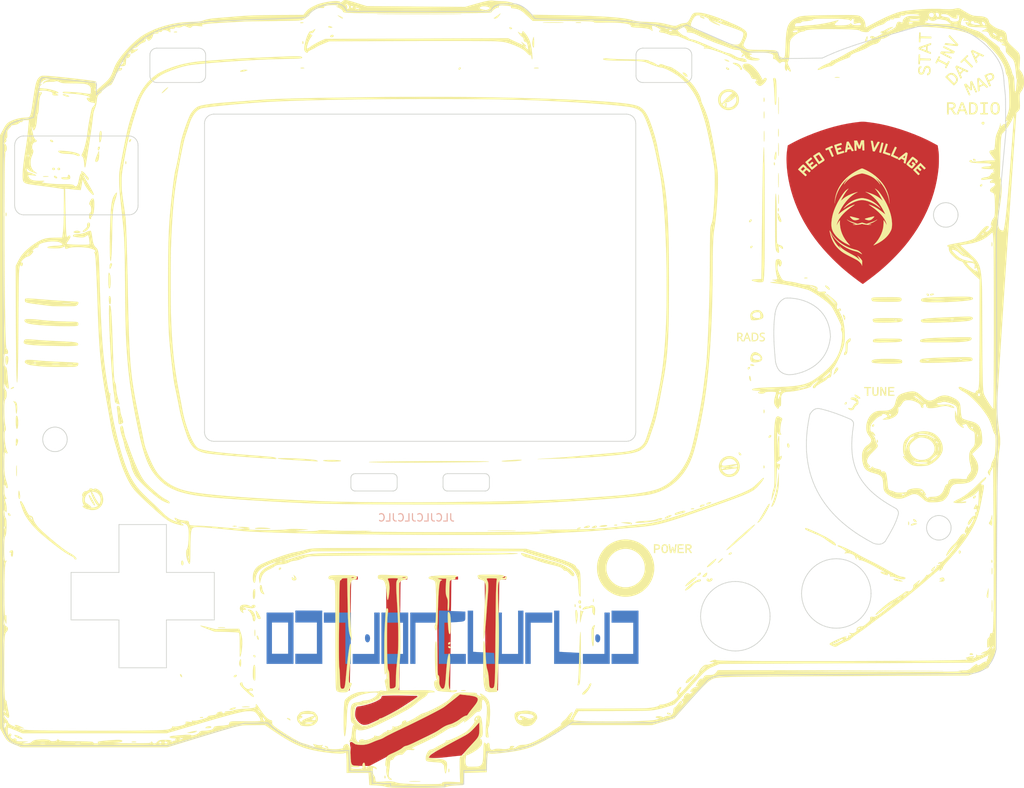
<source format=kicad_pcb>
(kicad_pcb (version 20221018) (generator pcbnew)
  (layers (0 "F.Cu" signal) (31 "B.Cu" signal) (34 "B.Paste" user) (35 "F.Paste" user) (36 "B.SilkS" user "B.Silkscreen") (37 "F.SilkS" user "F.Silkscreen") (38 "B.Mask" user) (39 "F.Mask" user) (44 "Edge.Cuts" user))
  (net 0 "")
  (footprint "LOGO" (layer "F.Cu") (at 115.61 114.376)
    (fp_text reference "G***" hide)
    (fp_text value "LOGO" hide)
  )
  (footprint "LOGO" (layer "F.Cu") (at 115.61 114.376)
    (fp_text reference "G***" hide)
    (fp_text value "LOGO" hide)
  )
  (footprint "LOGO" (layer "F.Cu") (at 115.61 114.376)
    (fp_text reference "G***" hide)
    (fp_text value "LOGO" hide)
  )
  (footprint "LOGO" (layer "F.Cu") (at 115.61 114.376)
    (fp_text reference "G***" hide)
    (fp_text value "LOGO" hide)
  )
  (footprint "LOGO" (layer "F.Cu") (at 115.61 114.376)
    (fp_text reference "G***" hide)
    (fp_text value "LOGO" hide)
  )
  (footprint "LOGO" (layer "F.Cu") (at 115.61 114.376)
    (fp_text reference "G***" hide)
    (fp_text value "LOGO" hide)
  )
  (footprint "LOGO" (layer "F.Cu") (at 115.61 114.376)
    (fp_text reference "G***" hide)
    (fp_text value "LOGO" hide)
  )
  (footprint "RedVillage:drawing" (layer "B.Cu") (at 134.8 130 180)
    (fp_text reference "Ref**" hide)
    (fp_text value "Val**" hide)
  )
  (gr_line (start 133.759 105.9667) (end 133.793 105.8557) (stroke (width 0.1)) (layer "Edge.Cuts"))
  (gr_line (start 204.268 46.135) (end 203.891 45.966) (stroke (width 0.1)) (layer "Edge.Cuts"))
  (gr_line (start 74.918 59.3746) (end 74.7442 59.7587) (stroke (width 0.1)) (layer "Edge.Cuts"))
  (gr_line (start 182.777 82.4334) (end 183.279 82.6819) (stroke (width 0.1)) (layer "Edge.Cuts"))
  (gr_line (start 120.486 42.7601) (end 120.383 42.6521) (stroke (width 0.1)) (layer "Edge.Cuts"))
  (gr_line (start 180.426 81.8833) (end 180.838 81.9159) (stroke (width 0.1)) (layer "Edge.Cuts"))
  (gr_line (start 188.485 98.1554) (end 187.543 97.761) (stroke (width 0.1)) (layer "Edge.Cuts"))
  (gr_line (start 159.852 52.4849) (end 159.768 52.3286) (stroke (width 0.1)) (layer "Edge.Cuts"))
  (gr_line (start 192.637 114.957) (end 192.803 114.9) (stroke (width 0.1)) (layer "Edge.Cuts"))
  (gr_line (start 82.8309 101.9308) (end 82.7213 102.0519) (stroke (width 0.1)) (layer "Edge.Cuts"))
  (gr_line (start 209.428 58.6913) (end 209.413 57.9849) (stroke (width 0.1)) (layer "Edge.Cuts"))
  (gr_line (start 209.462 59.3433) (end 209.428 58.6913) (stroke (width 0.1)) (layer "Edge.Cuts"))
  (gr_line (start 95.0543 48.2894) (end 95.2402 48.2708) (stroke (width 0.1)) (layer "Edge.Cuts"))
  (gr_line (start 188.424 125.926) (end 187.995 126.08) (stroke (width 0.1)) (layer "Edge.Cuts"))
  (gr_line (start 92.5308 70.1259) (end 92.3874 70.314) (stroke (width 0.1)) (layer "Edge.Cuts"))
  (gr_line (start 178.382 84.0816) (end 178.382 84.0816) (stroke (width 0.1)) (layer "Edge.Cuts"))
  (gr_line (start 187.995 117.139) (end 188.424 117.293) (stroke (width 0.1)) (layer "Edge.Cuts"))
  (gr_line (start 172.141 120.089) (end 172.595 120.021) (stroke (width 0.1)) (layer "Edge.Cuts"))
  (gr_line (start 199.904 71.4776) (end 199.836 71.332) (stroke (width 0.1)) (layer "Edge.Cuts"))
  (gr_line (start 111.7641 140.289) (end 112.2602 140.599) (stroke (width 0.1)) (layer "Edge.Cuts"))
  (gr_line (start 82.186 99.3607) (end 82.3315 99.4295) (stroke (width 0.1)) (layer "Edge.Cuts"))
  (gr_line (start 159.714 52.1556) (end 159.696 51.9697) (stroke (width 0.1)) (layer "Edge.Cuts"))
  (gr_line (start 102.9061 57.1475) (end 102.9061 57.1475) (stroke (width 0.1)) (layer "Edge.Cuts"))
  (gr_line (start 112.2602 140.599) (end 112.7866 140.907) (stroke (width 0.1)) (layer "Edge.Cuts"))
  (gr_line (start 194.403 110.0349) (end 193.896 109.7496) (stroke (width 0.1)) (layer "Edge.Cuts"))
  (gr_line (start 159.768 48.8321) (end 159.852 48.6758) (stroke (width 0.1)) (layer "Edge.Cuts"))
  (gr_line (start 91.5548 60.0845) (end 91.7925 60.1102) (stroke (width 0.1)) (layer "Edge.Cuts"))
  (gr_line (start 160.616 52.8898) (end 160.43 52.8712) (stroke (width 0.1)) (layer "Edge.Cuts"))
  (gr_line (start 144.216 42.5547) (end 144.009 42.461) (stroke (width 0.1)) (layer "Edge.Cuts"))
  (gr_line (start 162.721 138.866) (end 163.437 138.679) (stroke (width 0.1)) (layer "Edge.Cuts"))
  (gr_line (start 170.096 128.285) (end 169.753 127.975) (stroke (width 0.1)) (layer "Edge.Cuts"))
  (gr_line (start 178.63 91.0451) (end 178.536 90.7613) (stroke (width 0.1)) (layer "Edge.Cuts"))
  (gr_line (start 200.193 69.5339) (end 200.311 69.4274) (stroke (width 0.1)) (layer "Edge.Cuts"))
  (gr_line (start 188.622 98.2291) (end 188.485 98.1554) (stroke (width 0.1)) (layer "Edge.Cuts"))
  (gr_line (start 178.382 84.0816) (end 178.405 83.9156) (stroke (width 0.1)) (layer "Edge.Cuts"))
  (gr_line (start 189.842 106.0609) (end 189.652 105.7294) (stroke (width 0.1)) (layer "Edge.Cuts"))
  (gr_line (start 75.8097 58.3711) (end 75.5615 58.5536) (stroke (width 0.1)) (layer "Edge.Cuts"))
  (gr_line (start 184.364 108.38) (end 184.69 108.9133) (stroke (width 0.1)) (layer "Edge.Cuts"))
  (gr_line (start 139.393 107.8297) (end 134.335 107.8297) (stroke (width 0.1)) (layer "Edge.Cuts"))
  (gr_line (start 171.692 132.599) (end 204.366 132.411) (stroke (width 0.1)) (layer "Edge.Cuts"))
  (gr_line (start 201.471 111.5005) (end 201.592 111.6101) (stroke (width 0.1)) (layer "Edge.Cuts"))
  (gr_line (start 77.3065 60.0845) (end 91.5548 60.0845) (stroke (width 0.1)) (layer "Edge.Cuts"))
  (gr_line (start 87.1067 53.0635) (end 87.0696 52.993) (stroke (width 0.1)) (layer "Edge.Cuts"))
  (gr_line (start 139.88 107.5717) (end 139.808 107.6587) (stroke (width 0.1)) (layer "Edge.Cuts"))
  (gr_line (start 111.3035 139.975) (end 111.7641 140.289) (stroke (width 0.1)) (layer "Edge.Cuts"))
  (gr_line (start 202.004 112.2969) (end 202.043 112.4534) (stroke (width 0.1)) (layer "Edge.Cuts"))
  (gr_line (start 94.3201 49.1909) (end 94.3387 49.005) (stroke (width 0.1)) (layer "Edge.Cuts"))
  (gr_line (start 139.622 107.7837) (end 139.511 107.8177) (stroke (width 0.1)) (layer "Edge.Cuts"))
  (gr_line (start 96.5428 118.781) (end 96.5428 112.3421) (stroke (width 0.1)) (layer "Edge.Cuts"))
  (gr_line (start 191.285 122.071) (end 191.218 122.525) (stroke (width 0.1)) (layer "Edge.Cuts"))
  (gr_line (start 110.8835 139.658) (end 111.3035 139.975) (stroke (width 0.1)) (layer "Edge.Cuts"))
  (gr_line (start 83.7221 118.781) (end 83.7221 125.163) (stroke (width 0.1)) (layer "Edge.Cuts"))
  (gr_line (start 95.2402 48.2708) (end 95.2402 48.2708) (stroke (width 0.1)) (layer "Edge.Cuts"))
  (gr_line (start 121.359 107.3617) (end 121.347 107.2427) (stroke (width 0.1)) (layer "Edge.Cuts"))
  (gr_line (start 184.435 125.732) (end 184.043 125.497) (stroke (width 0.1)) (layer "Edge.Cuts"))
  (gr_line (start 101.5532 52.6209) (end 101.4171 52.7331) (stroke (width 0.1)) (layer "Edge.Cuts"))
  (gr_line (start 203.01 70.7006) (end 203.002 70.8637) (stroke (width 0.1)) (layer "Edge.Cuts"))
  (gr_line (start 159.714 49.005) (end 159.768 48.8321) (stroke (width 0.1)) (layer "Edge.Cuts"))
  (gr_line (start 97.9926 45.1378) (end 97.48 45.2416) (stroke (width 0.1)) (layer "Edge.Cuts"))
  (gr_line (start 101.75 48.8321) (end 101.8035 49.005) (stroke (width 0.1)) (layer "Edge.Cuts"))
  (gr_line (start 145.411 43.4676) (end 145.026 43.1063) (stroke (width 0.1)) (layer "Edge.Cuts"))
  (gr_line (start 199.71 70.7006) (end 199.719 70.5319) (stroke (width 0.1)) (layer "Edge.Cuts"))
  (gr_line (start 208.26 104.2249) (end 208.17 73.2255) (stroke (width 0.1)) (layer "Edge.Cuts"))
  (gr_line (start 75.1456 140.997) (end 75.2763 141.184) (stroke (width 0.1)) (layer "Edge.Cuts"))
  (gr_line (start 127.58 107.2427) (end 127.568 107.3617) (stroke (width 0.1)) (layer "Edge.Cuts"))
  (gr_line (start 189.597 125.224) (end 189.228 125.497) (stroke (width 0.1)) (layer "Edge.Cuts"))
  (gr_line (start 199.083 45.1983) (end 198.675 45.212) (stroke (width 0.1)) (layer "Edge.Cuts"))
  (gr_line (start 189.331 105.0542) (end 189.199 104.7105) (stroke (width 0.1)) (layer "Edge.Cuts"))
  (gr_line (start 96.5428 125.163) (end 102.9825 125.163) (stroke (width 0.1)) (layer "Edge.Cuts"))
  (gr_line (start 116.888 142.491) (end 117.365 142.589) (stroke (width 0.1)) (layer "Edge.Cuts"))
  (gr_line (start 190.523 119.017) (end 190.758 119.409) (stroke (width 0.1)) (layer "Edge.Cuts"))
  (gr_line (start 110.1857 139.01) (end 110.5092 139.336) (stroke (width 0.1)) (layer "Edge.Cuts"))
  (gr_line (start 118.229 142.713) (end 118.626 142.746) (stroke (width 0.1)) (layer "Edge.Cuts"))
  (gr_line (start 188.752 100.6364) (end 188.829 99.8339) (stroke (width 0.1)) (layer "Edge.Cuts"))
  (gr_line (start 201.36 69.0501) (end 201.529 69.0591) (stroke (width 0.1)) (layer "Edge.Cuts"))
  (gr_line (start 76.1539 61.0993) (end 76.2222 60.8603) (stroke (width 0.1)) (layer "Edge.Cuts"))
  (gr_line (start 202.147 69.2497) (end 202.283 69.3324) (stroke (width 0.1)) (layer "Edge.Cuts"))
  (gr_line (start 200.588 114.419) (end 200.425 114.427) (stroke (width 0.1)) (layer "Edge.Cuts"))
  (gr_line (start 76.6478 70.469) (end 76.4738 70.314) (stroke (width 0.1)) (layer "Edge.Cuts"))
  (gr_line (start 158.421 57.1475) (end 158.672 57.1726) (stroke (width 0.1)) (layer "Edge.Cuts"))
  (gr_line (start 94.3387 49.005) (end 94.3922 48.8321) (stroke (width 0.1)) (layer "Edge.Cuts"))
  (gr_line (start 121.347 106.0847) (end 121.359 105.9667) (stroke (width 0.1)) (layer "Edge.Cuts"))
  (gr_line (start 83.2046 100.8851) (end 83.2046 100.8851) (stroke (width 0.1)) (layer "Edge.Cuts"))
  (gr_line (start 120.654 43.0161) (end 120.576 42.8814) (stroke (width 0.1)) (layer "Edge.Cuts"))
  (gr_line (start 96.9768 45.3644) (end 96.4802 45.5091) (stroke (width 0.1)) (layer "Edge.Cuts"))
  (gr_line (start 201.202 114.2324) (end 201.057 114.3012) (stroke (width 0.1)) (layer "Edge.Cuts"))
  (gr_line (start 183.675 125.224) (end 183.332 124.914) (stroke (width 0.1)) (layer "Edge.Cuts"))
  (gr_line (start 187.098 116.96) (end 187.552 117.028) (stroke (width 0.1)) (layer "Edge.Cuts"))
  (gr_line (start 187.552 126.191) (end 187.098 126.259) (stroke (width 0.1)) (layer "Edge.Cuts"))
  (gr_line (start 185.793 87.5074) (end 185.716 87.9071) (stroke (width 0.1)) (layer "Edge.Cuts"))
  (gr_line (start 101.6654 52.4849) (end 101.5532 52.6209) (stroke (width 0.1)) (layer "Edge.Cuts"))
  (gr_line (start 139.393 105.4977) (end 139.511 105.5097) (stroke (width 0.1)) (layer "Edge.Cuts"))
  (gr_line (start 189.482 105.3939) (end 189.331 105.0542) (stroke (width 0.1)) (layer "Edge.Cuts"))
  (gr_line (start 121.935 105.4977) (end 126.992 105.4977) (stroke (width 0.1)) (layer "Edge.Cuts"))
  (gr_line (start 179.532 92.0218) (end 179.378 91.947) (stroke (width 0.1)) (layer "Edge.Cuts"))
  (gr_line (start 167.179 52.1556) (end 167.126 52.3286) (stroke (width 0.1)) (layer "Edge.Cuts"))
  (gr_line (start 110.5092 139.336) (end 110.8835 139.658) (stroke (width 0.1)) (layer "Edge.Cuts"))
  (gr_line (start 199.794 111.2524) (end 199.945 111.1981) (stroke (width 0.1)) (layer "Edge.Cuts"))
  (gr_line (start 174.758 48.7635) (end 166.497 45.152) (stroke (width 0.1)) (layer "Edge.Cuts"))
  (gr_line (start 197.622 45.3647) (end 197.3 45.4555) (stroke (width 0.1)) (layer "Edge.Cuts"))
  (gr_line (start 199.719 70.5319) (end 199.744 70.3681) (stroke (width 0.1)) (layer "Edge.Cuts"))
  (gr_line (start 198.783 112.9399) (end 198.775 112.7768) (stroke (width 0.1)) (layer "Edge.Cuts"))
  (gr_line (start 76.9276 142.045) (end 77.3046 142.083) (stroke (width 0.1)) (layer "Edge.Cuts"))
  (gr_line (start 81.7176 102.5271) (end 81.5546 102.5351) (stroke (width 0.1)) (layer "Edge.Cuts"))
  (gr_line (start 87.0696 52.993) (end 87.0149 52.9349) (stroke (width 0.1)) (layer "Edge.Cuts"))
  (gr_line (start 206.529 47.6697) (end 206.144 47.345) (stroke (width 0.1)) (layer "Edge.Cuts"))
  (gr_line (start 185.596 97.0699) (end 185.091 96.9246) (stroke (width 0.1)) (layer "Edge.Cuts"))
  (gr_line (start 76.5918 141.982) (end 76.9276 142.045) (stroke (width 0.1)) (layer "Edge.Cuts"))
  (gr_line (start 140.915 42.516) (end 140.767 42.58) (stroke (width 0.1)) (layer "Edge.Cuts"))
  (gr_line (start 74.7442 59.7587) (end 74.5943 60.2077) (stroke (width 0.1)) (layer "Edge.Cuts"))
  (gr_line (start 176.018 121.057) (end 176.361 121.367) (stroke (width 0.1)) (layer "Edge.Cuts"))
  (gr_line (start 166.793 48.4275) (end 166.929 48.5397) (stroke (width 0.1)) (layer "Edge.Cuts"))
  (gr_line (start 160.101 48.4275) (end 160.257 48.3429) (stroke (width 0.1)) (layer "Edge.Cuts"))
  (gr_line (start 121.393 107.4717) (end 121.359 107.3617) (stroke (width 0.1)) (layer "Edge.Cuts"))
  (gr_line (start 141.303 42.4135) (end 141.092 42.4603) (stroke (width 0.1)) (layer "Edge.Cuts"))
  (gr_line (start 142.981 42.3327) (end 142.169 42.3321) (stroke (width 0.1)) (layer "Edge.Cuts"))
  (gr_line (start 83.1726 101.2085) (end 83.1332 101.365) (stroke (width 0.1)) (layer "Edge.Cuts"))
  (gr_line (start 83.7221 125.163) (end 90.1612 125.163) (stroke (width 0.1)) (layer "Edge.Cuts"))
  (gr_line (start 76.2944 141.896) (end 76.5918 141.982) (stroke (width 0.1)) (layer "Edge.Cuts"))
  (gr_line (start 159.965 52.6209) (end 159.852 52.4849) (stroke (width 0.1)) (layer "Edge.Cuts"))
  (gr_line (start 166.929 48.5397) (end 167.041 48.6758) (stroke (width 0.1)) (layer "Edge.Cuts"))
  (gr_line (start 200.445 72.0734) (end 200.314 71.9769) (stroke (width 0.1)) (layer "Edge.Cuts"))
  (gr_line (start 176.671 127.632) (end 176.361 127.975) (stroke (width 0.1)) (layer "Edge.Cuts"))
  (gr_line (start 205.351 132.287) (end 205.657 132.205) (stroke (width 0.1)) (layer "Edge.Cuts"))
  (gr_line (start 178.845 82.6922) (end 178.956 82.529) (stroke (width 0.1)) (layer "Edge.Cuts"))
  (gr_line (start 200.749 111.1588) (end 200.905 111.1981) (stroke (width 0.1)) (layer "Edge.Cuts"))
  (gr_line (start 187.543 97.761) (end 186.582 97.3959) (stroke (width 0.1)) (layer "Edge.Cuts"))
  (gr_line (start 149.958 139.763) (end 151.17 138.926) (stroke (width 0.1)) (layer "Edge.Cuts"))
  (gr_line (start 158.906 57.2448) (end 159.117 57.3591) (stroke (width 0.1)) (layer "Edge.Cuts"))
  (gr_line (start 191.218 120.694) (end 191.285 121.148) (stroke (width 0.1)) (layer "Edge.Cuts"))
  (gr_line (start 94.7251 48.4275) (end 94.8814 48.3429) (stroke (width 0.1)) (layer "Edge.Cuts"))
  (gr_line (start 159.768 52.3286) (end 159.714 52.1556) (stroke (width 0.1)) (layer "Edge.Cuts"))
  (gr_line (start 189.294 113.4757) (end 189.763 113.7839) (stroke (width 0.1)) (layer "Edge.Cuts"))
  (gr_line (start 101.6888 100.1561) (end 101.6637 99.9051) (stroke (width 0.1)) (layer "Edge.Cuts"))
  (gr_line (start 98.5174 45.0503) (end 97.9926 45.1378) (stroke (width 0.1)) (layer "Edge.Cuts"))
  (gr_line (start 121.935 107.8297) (end 121.816 107.8177) (stroke (width 0.1)) (layer "Edge.Cuts"))
  (gr_line (start 185.72 126.191) (end 185.277 126.08) (stroke (width 0.1)) (layer "Edge.Cuts"))
  (gr_line (start 79.7381 52.3455) (end 79.6854 52.4106) (stroke (width 0.1)) (layer "Edge.Cuts"))
  (gr_line (start 81.0747 99.3065) (end 81.2312 99.2671) (stroke (width 0.1)) (layer "Edge.Cuts"))
  (gr_line (start 100.902 52.8898) (end 95.2402 52.8898) (stroke (width 0.1)) (layer "Edge.Cuts"))
  (gr_line (start 199.149 111.7311) (end 199.259 111.6101) (stroke (width 0.1)) (layer "Edge.Cuts"))
  (gr_line (start 189.652 105.7294) (end 189.482 105.3939) (stroke (width 0.1)) (layer "Edge.Cuts"))
  (gr_line (start 179.241 91.8622) (end 179.118 91.7679) (stroke (width 0.1)) (layer "Edge.Cuts"))
  (gr_line (start 94.3922 52.3286) (end 94.3387 52.1556) (stroke (width 0.1)) (layer "Edge.Cuts"))
  (gr_line (start 102.4216 101.0501) (end 102.2105 100.9359) (stroke (width 0.1)) (layer "Edge.Cuts"))
  (gr_line (start 158.672 101.1223) (end 158.421 101.1475) (stroke (width 0.1)) (layer "Edge.Cuts"))
  (gr_line (start 139.934 105.8557) (end 139.968 105.9667) (stroke (width 0.1)) (layer "Edge.Cuts"))
  (gr_line (start 80.0989 101.6621) (end 80.0302 101.5166) (stroke (width 0.1)) (layer "Edge.Cuts"))
  (gr_line (start 169.169 122.079) (end 169.442 121.71) (stroke (width 0.1)) (layer "Edge.Cuts"))
  (gr_line (start 185.349 84.8634) (end 185.484 85.1809) (stroke (width 0.1)) (layer "Edge.Cuts"))
  (gr_line (start 76.0711 58.2247) (end 75.8097 58.3711) (stroke (width 0.1)) (layer "Edge.Cuts"))
  (gr_line (start 82.9273 101.8006) (end 82.8309 101.9308) (stroke (width 0.1)) (layer "Edge.Cuts"))
  (gr_line (start 183.647 96.883) (end 183.484 97.0081) (stroke (width 0.1)) (layer "Edge.Cuts"))
  (gr_line (start 203.002 70.5319) (end 203.01 70.7006) (stroke (width 0.1)) (layer "Edge.Cuts"))
  (gr_line (start 178.23 86.9245) (end 178.23 86.1534) (stroke (width 0.1)) (layer "Edge.Cuts"))
  (gr_line (start 204.643 46.3265) (end 204.268 46.135) (stroke (width 0.1)) (layer "Edge.Cuts"))
  (gr_line (start 185.599 85.5188) (end 185.695 85.8775) (stroke (width 0.1)) (layer "Edge.Cuts"))
  (gr_line (start 178.454 83.6681) (end 178.539 83.3647) (stroke (width 0.1)) (layer "Edge.Cuts"))
  (gr_line (start 198.901 112.1454) (end 198.97 111.9998) (stroke (width 0.1)) (layer "Edge.Cuts"))
  (gr_line (start 185.72 117.028) (end 186.174 116.96) (stroke (width 0.1)) (layer "Edge.Cuts"))
  (gr_line (start 170.01 132.906) (end 170.314 132.8) (stroke (width 0.1)) (layer "Edge.Cuts"))
  (gr_line (start 209.232 53.3317) (end 209.184 52.6623) (stroke (width 0.1)) (layer "Edge.Cuts"))
  (gr_line (start 191.106 122.969) (end 190.952 123.398) (stroke (width 0.1)) (layer "Edge.Cuts"))
  (gr_line (start 115.828 142.208) (end 116.378 142.365) (stroke (width 0.1)) (layer "Edge.Cuts"))
  (gr_line (start 160.255 44.8556) (end 159.078 44.7277) (stroke (width 0.1)) (layer "Edge.Cuts"))
  (gr_line (start 205.657 132.205) (end 205.949 132.101) (stroke (width 0.1)) (layer "Edge.Cuts"))
  (gr_line (start 209.309 54.0113) (end 209.232 53.3317) (stroke (width 0.1)) (layer "Edge.Cuts"))
  (gr_line (start 133.759 107.3617) (end 133.747 107.2427) (stroke (width 0.1)) (layer "Edge.Cuts"))
  (gr_line (start 160.616 48.2708) (end 160.616 48.2708) (stroke (width 0.1)) (layer "Edge.Cuts"))
  (gr_line (start 169.727 133.043) (end 170.01 132.906) (stroke (width 0.1)) (layer "Edge.Cuts"))
  (gr_line (start 102.0268 57.5106) (end 102.2105 57.3591) (stroke (width 0.1)) (layer "Edge.Cuts"))
  (gr_line (start 94.8814 52.8178) (end 94.7251 52.7331) (stroke (width 0.1)) (layer "Edge.Cuts"))
  (gr_line (start 76.3304 70.1259) (end 76.2222 69.9099) (stroke (width 0.1)) (layer "Edge.Cuts"))
  (gr_line (start 192.803 114.9) (end 192.947 114.822) (stroke (width 0.1)) (layer "Edge.Cuts"))
  (gr_line (start 177.374 122.883) (end 177.527 123.312) (stroke (width 0.1)) (layer "Edge.Cuts"))
  (gr_line (start 90.806 49.7104) (end 90.5951 50.0654) (stroke (width 0.1)) (layer "Edge.Cuts"))
  (gr_line (start 89.133 52.8612) (end 87.1507 54.5117) (stroke (width 0.1)) (layer "Edge.Cuts"))
  (gr_line (start 200.314 71.9769) (end 200.193 71.8673) (stroke (width 0.1)) (layer "Edge.Cuts"))
  (gr_line (start 187.995 126.08) (end 187.552 126.191) (stroke (width 0.1)) (layer "Edge.Cuts"))
  (gr_line (start 201.702 113.8225) (end 201.592 113.9435) (stroke (width 0.1)) (layer "Edge.Cuts"))
  (gr_line (start 174.416 120.2) (end 174.845 120.354) (stroke (width 0.1)) (layer "Edge.Cuts"))
  (gr_line (start 183.761 90.9499) (end 183.522 91.1195) (stroke (width 0.1)) (layer "Edge.Cuts"))
  (gr_line (start 200.084 71.7463) (end 199.987 71.616) (stroke (width 0.1)) (layer "Edge.Cuts"))
  (gr_line (start 79.9965 52.2328) (end 79.8916 52.255) (stroke (width 0.1)) (layer "Edge.Cuts"))
  (gr_line (start 180.101 92.1786) (end 179.892 92.1383) (stroke (width 0.1)) (layer "Edge.Cuts"))
  (gr_line (start 201.037 72.3186) (end 200.88 72.2793) (stroke (width 0.1)) (layer "Edge.Cuts"))
  (gr_line (start 133.747 106.0847) (end 133.759 105.9667) (stroke (width 0.1)) (layer "Edge.Cuts"))
  (gr_line (start 183.484 97.0081) (end 183.339 97.1592) (stroke (width 0.1)) (layer "Edge.Cuts"))
  (gr_line (start 203.123 45.6899) (end 202.728 45.58) (stroke (width 0.1)) (layer "Edge.Cuts"))
  (gr_line (start 192.543 108.8746) (end 192.147 108.5763) (stroke (width 0.1)) (layer "Edge.Cuts"))
  (gr_line (start 182.671 100.1505) (end 182.62 100.9754) (stroke (width 0.1)) (layer "Edge.Cuts"))
  (gr_line (start 199.51 114.1496) (end 199.38 114.0531) (stroke (width 0.1)) (layer "Edge.Cuts"))
  (gr_line (start 201.592 113.9435) (end 201.471 114.0531) (stroke (width 0.1)) (layer "Edge.Cuts"))
  (gr_line (start 170.638 132.72) (end 170.977 132.663) (stroke (width 0.1)) (layer "Edge.Cuts"))
  (gr_line (start 171.269 120.354) (end 171.698 120.2) (stroke (width 0.1)) (layer "Edge.Cuts"))
  (gr_line (start 95.2402 48.2708) (end 100.902 48.2708) (stroke (width 0.1)) (layer "Edge.Cuts"))
  (gr_line (start 184.047 96.741) (end 183.833 96.7915) (stroke (width 0.1)) (layer "Edge.Cuts"))
  (gr_line (start 150.83 44.4244) (end 148.472 44.3869) (stroke (width 0.1)) (layer "Edge.Cuts"))
  (gr_line (start 194.456 112.3664) (end 194.656 111.9103) (stroke (width 0.1)) (layer "Edge.Cuts"))
  (gr_line (start 190.952 123.398) (end 190.758 123.81) (stroke (width 0.1)) (layer "Edge.Cuts"))
  (gr_line (start 79.9046 100.8851) (end 79.9126 100.722) (stroke (width 0.1)) (layer "Edge.Cuts"))
  (gr_line (start 182.319 123.398) (end 182.165 122.969) (stroke (width 0.1)) (layer "Edge.Cuts"))
  (gr_line (start 175.257 128.793) (end 174.845 128.988) (stroke (width 0.1)) (layer "Edge.Cuts"))
  (gr_line (start 206.144 47.345) (end 205.765 47.0497) (stroke (width 0.1)) (layer "Edge.Cuts"))
  (gr_line (start 75.2763 141.184) (end 75.4273 141.358) (stroke (width 0.1)) (layer "Edge.Cuts"))
  (gr_line (start 83.1965 100.722) (end 83.2046 100.8851) (stroke (width 0.1)) (layer "Edge.Cuts"))
  (gr_line (start 189.763 113.7839) (end 190.704 114.3535) (stroke (width 0.1)) (layer "Edge.Cuts"))
  (gr_line (start 181.986 121.148) (end 182.054 120.694) (stroke (width 0.1)) (layer "Edge.Cuts"))
  (gr_line (start 177.706 124.209) (end 177.729 124.671) (stroke (width 0.1)) (layer "Edge.Cuts"))
  (gr_line (start 168.935 126.871) (end 168.74 126.459) (stroke (width 0.1)) (layer "Edge.Cuts"))
  (gr_line (start 121.706 105.5437) (end 121.816 105.5097) (stroke (width 0.1)) (layer "Edge.Cuts"))
  (gr_line (start 188.725 102.1824) (end 188.716 101.419) (stroke (width 0.1)) (layer "Edge.Cuts"))
  (gr_line (start 93.997 46.6599) (end 93.4805 46.9952) (stroke (width 0.1)) (layer "Edge.Cuts"))
  (gr_line (start 202.075 112.7768) (end 202.067 112.9399) (stroke (width 0.1)) (layer "Edge.Cuts"))
  (gr_line (start 202.939 71.1805) (end 202.884 71.332) (stroke (width 0.1)) (layer "Edge.Cuts"))
  (gr_line (start 141.389 142.912) (end 142.234 142.84) (stroke (width 0.1)) (layer "Edge.Cuts"))
  (gr_line (start 127.408 107.6587) (end 127.321 107.7297) (stroke (width 0.1)) (layer "Edge.Cuts"))
  (gr_line (start 188.889 98.5103) (end 188.823 98.407) (stroke (width 0.1)) (layer "Edge.Cuts"))
  (gr_line (start 159.566 57.9054) (end 159.639 58.1389) (stroke (width 0.1)) (layer "Edge.Cuts"))
  (gr_line (start 139.622 105.5437) (end 139.721 105.5977) (stroke (width 0.1)) (layer "Edge.Cuts"))
  (gr_line (start 183.332 124.914) (end 183.021 124.571) (stroke (width 0.1)) (layer "Edge.Cuts"))
  (gr_line (start 133.793 107.4717) (end 133.759 107.3617) (stroke (width 0.1)) (layer "Edge.Cuts"))
  (gr_line (start 81.3915 99.2432) (end 81.5546 99.2352) (stroke (width 0.1)) (layer "Edge.Cuts"))
  (gr_line (start 198.847 113.2567) (end 198.807 113.1002) (stroke (width 0.1)) (layer "Edge.Cuts"))
  (gr_line (start 182.054 120.694) (end 182.165 120.251) (stroke (width 0.1)) (layer "Edge.Cuts"))
  (gr_line (start 201.683 72.3186) (end 201.523 72.3425) (stroke (width 0.1)) (layer "Edge.Cuts"))
  (gr_line (start 144.626 42.798) (end 144.422 42.6675) (stroke (width 0.1)) (layer "Edge.Cuts"))
  (gr_line (start 200.574 69.2497) (end 200.718 69.1803) (stroke (width 0.1)) (layer "Edge.Cuts"))
  (gr_line (start 143.049 142.723) (end 143.835 142.566) (stroke (width 0.1)) (layer "Edge.Cuts"))
  (gr_line (start 78.385 57.657) (end 78.094 57.7231) (stroke (width 0.1)) (layer "Edge.Cuts"))
  (gr_line (start 80.0302 101.5166) (end 79.9759 101.365) (stroke (width 0.1)) (layer "Edge.Cuts"))
  (gr_line (start 175.649 128.558) (end 175.257 128.793) (stroke (width 0.1)) (layer "Edge.Cuts"))
  (gr_line (start 173.973 129.253) (end 173.519 129.32) (stroke (width 0.1)) (layer "Edge.Cuts"))
  (gr_line (start 184.228 83.3533) (end 184.446 83.5607) (stroke (width 0.1)) (layer "Edge.Cuts"))
  (gr_line (start 194.829 111.4523) (end 194.969 110.9921) (stroke (width 0.1)) (layer "Edge.Cuts"))
  (gr_line (start 177.179 126.871) (end 176.944 127.263) (stroke (width 0.1)) (layer "Edge.Cuts"))
  (gr_line (start 82.0344 99.3065) (end 82.186 99.3607) (stroke (width 0.1)) (layer "Edge.Cuts"))
  (gr_line (start 101.8035 52.1556) (end 101.75 52.3286) (stroke (width 0.1)) (layer "Edge.Cuts"))
  (gr_line (start 95.2402 52.8898) (end 95.0543 52.8712) (stroke (width 0.1)) (layer "Edge.Cuts"))
  (gr_line (start 90.1612 112.3421) (end 90.1612 118.781) (stroke (width 0.1)) (layer "Edge.Cuts"))
  (gr_line (start 188.838 103.2926) (end 188.786 102.9271) (stroke (width 0.1)) (layer "Edge.Cuts"))
  (gr_line (start 184.043 125.497) (end 183.675 125.224) (stroke (width 0.1)) (layer "Edge.Cuts"))
  (gr_line (start 190.25 118.648) (end 190.523 119.017) (stroke (width 0.1)) (layer "Edge.Cuts"))
  (gr_line (start 173.057 119.998) (end 173.519 120.021) (stroke (width 0.1)) (layer "Edge.Cuts"))
  (gr_line (start 180.838 81.9159) (end 181.29 81.9828) (stroke (width 0.1)) (layer "Edge.Cuts"))
  (gr_line (start 185.82 86.6598) (end 185.847 87.0845) (stroke (width 0.1)) (layer "Edge.Cuts"))
  (gr_line (start 194.988 110.8061) (end 194.974 110.6446) (stroke (width 0.1)) (layer "Edge.Cuts"))
  (gr_line (start 194.656 111.9103) (end 194.829 111.4523) (stroke (width 0.1)) (layer "Edge.Cuts"))
  (gr_line (start 190.722 47.3488) (end 189.208 47.8302) (stroke (width 0.1)) (layer "Edge.Cuts"))
  (gr_line (start 167.041 48.6758) (end 167.126 48.8321) (stroke (width 0.1)) (layer "Edge.Cuts"))
  (gr_line (start 202.002 69.1803) (end 202.147 69.2497) (stroke (width 0.1)) (layer "Edge.Cuts"))
  (gr_line (start 121.359 105.9667) (end 121.393 105.8557) (stroke (width 0.1)) (layer "Edge.Cuts"))
  (gr_line (start 184.578 96.7927) (end 184.293 96.7389) (stroke (width 0.1)) (layer "Edge.Cuts"))
  (gr_line (start 171.269 128.988) (end 170.857 128.793) (stroke (width 0.1)) (layer "Edge.Cuts"))
  (gr_line (start 162.609 45.2221) (end 161.432 45.0189) (stroke (width 0.1)) (layer "Edge.Cuts"))
  (gr_line (start 202.816 71.4776) (end 202.733 71.616) (stroke (width 0.1)) (layer "Edge.Cuts"))
  (gr_line (start 188.986 104.0102) (end 188.904 103.6536) (stroke (width 0.1)) (layer "Edge.Cuts"))
  (gr_line (start 182.748 119.017) (end 183.021 118.648) (stroke (width 0.1)) (layer "Edge.Cuts"))
  (gr_line (start 127.568 107.3617) (end 127.534 107.4717) (stroke (width 0.1)) (layer "Edge.Cuts"))
  (gr_line (start 120.77 43.3257) (end 120.718 43.1642) (stroke (width 0.1)) (layer "Edge.Cuts"))
  (gr_line (start 200.869 69.1248) (end 201.028 69.0841) (stroke (width 0.1)) (layer "Edge.Cuts"))
  (gr_line (start 143.184 42.3081) (end 142.981 42.3327) (stroke (width 0.1)) (layer "Edge.Cuts"))
  (gr_line (start 176.018 128.285) (end 175.649 128.558) (stroke (width 0.1)) (layer "Edge.Cuts"))
  (gr_line (start 175.257 120.549) (end 175.649 120.783) (stroke (width 0.1)) (layer "Edge.Cuts"))
  (gr_line (start 207.902 129.95) (end 208.03 129.554) (stroke (width 0.1)) (layer "Edge.Cuts"))
  (gr_line (start 121.092 142.726) (end 121.217 145.518) (stroke (width 0.1)) (layer "Edge.Cuts"))
  (gr_line (start 183.021 124.571) (end 182.748 124.202) (stroke (width 0.1)) (layer "Edge.Cuts"))
  (gr_line (start 179.378 91.947) (end 179.241 91.8622) (stroke (width 0.1)) (layer "Edge.Cuts"))
  (gr_line (start 185.277 126.08) (end 184.848 125.926) (stroke (width 0.1)) (layer "Edge.Cuts"))
  (gr_line (start 178.23 86.1534) (end 178.255 85.4239) (stroke (width 0.1)) (layer "Edge.Cuts"))
  (gr_line (start 81.878 102.5031) (end 81.7176 102.5271) (stroke (width 0.1)) (layer "Edge.Cuts"))
  (gr_line (start 188.932 98.6228) (end 188.889 98.5103) (stroke (width 0.1)) (layer "Edge.Cuts"))
  (gr_line (start 166.793 52.7331) (end 166.636 52.8178) (stroke (width 0.1)) (layer "Edge.Cuts"))
  (gr_line (start 198.783 112.6137) (end 198.807 112.4534) (stroke (width 0.1)) (layer "Edge.Cuts"))
  (gr_line (start 94.7251 52.7331) (end 94.589 52.6209) (stroke (width 0.1)) (layer "Edge.Cuts"))
  (gr_line (start 182.27 82.237) (end 182.777 82.4334) (stroke (width 0.1)) (layer "Edge.Cuts"))
  (gr_line (start 102.2105 100.9359) (end 102.0268 100.7844) (stroke (width 0.1)) (layer "Edge.Cuts"))
  (gr_line (start 159.696 49.1909) (end 159.714 49.005) (stroke (width 0.1)) (layer "Edge.Cuts"))
  (gr_line (start 209.393 55.1181) (end 209.363 54.5166) (stroke (width 0.1)) (layer "Edge.Cuts"))
  (gr_line (start 127.321 105.5977) (end 127.408 105.6687) (stroke (width 0.1)) (layer "Edge.Cuts"))
  (gr_line (start 101.6637 58.3899) (end 101.6888 58.1389) (stroke (width 0.1)) (layer "Edge.Cuts"))
  (gr_line (start 168.475 123.755) (end 168.586 123.312) (stroke (width 0.1)) (layer "Edge.Cuts"))
  (gr_line (start 139.88 105.7557) (end 139.934 105.8557) (stroke (width 0.1)) (layer "Edge.Cuts"))
  (gr_line (start 192.147 108.5763) (end 191.775 108.2745) (stroke (width 0.1)) (layer "Edge.Cuts"))
  (gr_line (start 121.519 105.6687) (end 121.606 105.5977) (stroke (width 0.1)) (layer "Edge.Cuts"))
  (gr_line (start 198.675 45.212) (end 198.301 45.2438) (stroke (width 0.1)) (layer "Edge.Cuts"))
  (gr_line (start 200.102 111.1588) (end 200.262 111.1349) (stroke (width 0.1)) (layer "Edge.Cuts"))
  (gr_line (start 182.638 102.5453) (end 182.703 103.2912) (stroke (width 0.1)) (layer "Edge.Cuts"))
  (gr_line (start 92.2134 70.469) (end 92.0136 70.586) (stroke (width 0.1)) (layer "Edge.Cuts"))
  (gr_line (start 102.9825 118.781) (end 96.5428 118.781) (stroke (width 0.1)) (layer "Edge.Cuts"))
  (gr_line (start 178.382 84.0816) (end 178.382 84.0816) (stroke (width 0.1)) (layer "Edge.Cuts"))
  (gr_line (start 186.231 48.9404) (end 185.486 49.2631) (stroke (width 0.1)) (layer "Edge.Cuts"))
  (gr_line (start 201.028 69.0841) (end 201.191 69.0591) (stroke (width 0.1)) (layer "Edge.Cuts"))
  (gr_line (start 114.5983 141.787) (end 115.2365 142.016) (stroke (width 0.1)) (layer "Edge.Cuts"))
  (gr_line (start 168.586 123.312) (end 168.74 122.883) (stroke (width 0.1)) (layer "Edge.Cuts"))
  (gr_line (start 127.321 107.7297) (end 127.222 107.7837) (stroke (width 0.1)) (layer "Edge.Cuts"))
  (gr_line (start 200.718 69.1803) (end 200.869 69.1248) (stroke (width 0.1)) (layer "Edge.Cuts"))
  (gr_line (start 80.9231 99.3607) (end 81.0747 99.3065) (stroke (width 0.1)) (layer "Edge.Cuts"))
  (gr_line (start 184.44 90.344) (end 184.221 90.5628) (stroke (width 0.1)) (layer "Edge.Cuts"))
  (gr_line (start 101.5532 48.5397) (end 101.6654 48.6758) (stroke (width 0.1)) (layer "Edge.Cuts"))
  (gr_line (start 119.003 142.764) (end 119.717 142.765) (stroke (width 0.1)) (layer "Edge.Cuts"))
  (gr_line (start 185.204 89.2864) (end 185.032 89.5794) (stroke (width 0.1)) (layer "Edge.Cuts"))
  (gr_line (start 189.208 47.8302) (end 187.716 48.3542) (stroke (width 0.1)) (layer "Edge.Cuts"))
  (gr_line (start 178.753 91.3113) (end 178.63 91.0451) (stroke (width 0.1)) (layer "Edge.Cuts"))
  (gr_line (start 102.0268 100.7844) (end 101.8753 100.6006) (stroke (width 0.1)) (layer "Edge.Cuts"))
  (gr_line (start 177.374 126.459) (end 177.179 126.871) (stroke (width 0.1)) (layer "Edge.Cuts"))
  (gr_line (start 186.974 48.6383) (end 186.231 48.9404) (stroke (width 0.1)) (layer "Edge.Cuts"))
  (gr_line (start 191.218 122.525) (end 191.106 122.969) (stroke (width 0.1)) (layer "Edge.Cuts"))
  (gr_line (start 201.702 111.7311) (end 201.798 111.8614) (stroke (width 0.1)) (layer "Edge.Cuts"))
  (gr_line (start 199.718 70.8637) (end 199.71 70.7006) (stroke (width 0.1)) (layer "Edge.Cuts"))
  (gr_line (start 181.615 91.9825) (end 181.194 92.0837) (stroke (width 0.1)) (layer "Edge.Cuts"))
  (gr_line (start 188.94 99.0113) (end 188.957 98.8736) (stroke (width 0.1)) (layer "Edge.Cuts"))
  (gr_line (start 101.6654 48.6758) (end 101.75 48.8321) (stroke (width 0.1)) (layer "Edge.Cuts"))
  (gr_line (start 121.347 107.2427) (end 121.347 106.0847) (stroke (width 0.1)) (layer "Edge.Cuts"))
  (gr_line (start 190.704 114.3535) (end 191.638 114.864) (stroke (width 0.1)) (layer "Edge.Cuts"))
  (gr_line (start 81.7176 99.2432) (end 81.878 99.2671) (stroke (width 0.1)) (layer "Edge.Cuts"))
  (gr_line (start 75.3288 58.7778) (end 75.1136 59.0496) (stroke (width 0.1)) (layer "Edge.Cuts"))
  (gr_line (start 201.881 111.9998) (end 201.95 112.1454) (stroke (width 0.1)) (layer "Edge.Cuts"))
  (gr_line (start 205.39 46.7825) (end 205.016 46.5418) (stroke (width 0.1)) (layer "Edge.Cuts"))
  (gr_line (start 176.944 127.263) (end 176.671 127.632) (stroke (width 0.1)) (layer "Edge.Cuts"))
  (gr_line (start 185.617 88.2842) (end 185.497 88.6394) (stroke (width 0.1)) (layer "Edge.Cuts"))
  (gr_line (start 120.576 42.8814) (end 120.486 42.7601) (stroke (width 0.1)) (layer "Edge.Cuts"))
  (gr_line (start 206.919 48.0251) (end 206.529 47.6697) (stroke (width 0.1)) (layer "Edge.Cuts"))
  (gr_line (start 121.606 105.5977) (end 121.706 105.5437) (stroke (width 0.1)) (layer "Edge.Cuts"))
  (gr_line (start 90.1612 125.163) (end 90.1612 131.602) (stroke (width 0.1)) (layer "Edge.Cuts"))
  (gr_line (start 190.952 119.822) (end 191.106 120.251) (stroke (width 0.1)) (layer "Edge.Cuts"))
  (gr_line (start 181.771 82.0883) (end 182.27 82.237) (stroke (width 0.1)) (layer "Edge.Cuts"))
  (gr_line (start 202.527 69.5339) (end 202.633 69.651) (stroke (width 0.1)) (layer "Edge.Cuts"))
  (gr_line (start 101.761 57.9054) (end 101.8753 57.6943) (stroke (width 0.1)) (layer "Edge.Cuts"))
  (gr_line (start 181.29 81.9828) (end 181.771 82.0883) (stroke (width 0.1)) (layer "Edge.Cuts"))
  (gr_line (start 134.335 105.4977) (end 139.393 105.4977) (stroke (width 0.1)) (layer "Edge.Cuts"))
  (gr_line (start 133.747 107.2427) (end 133.747 106.0847) (stroke (width 0.1)) (layer "Edge.Cuts"))
  (gr_line (start 169.169 127.263) (end 168.935 126.871) (stroke (width 0.1)) (layer "Edge.Cuts"))
  (gr_line (start 194.969 110.9921) (end 194.988 110.8061) (stroke (width 0.1)) (layer "Edge.Cuts"))
  (gr_line (start 199.052 111.8614) (end 199.149 111.7311) (stroke (width 0.1)) (layer "Edge.Cuts"))
  (gr_line (start 126.992 105.4977) (end 127.111 105.5097) (stroke (width 0.1)) (layer "Edge.Cuts"))
  (gr_line (start 174.845 120.354) (end 175.257 120.549) (stroke (width 0.1)) (layer "Edge.Cuts"))
  (gr_line (start 82.7213 102.0519) (end 82.6003 102.1615) (stroke (width 0.1)) (layer "Edge.Cuts"))
  (gr_line (start 188.424 117.293) (end 188.836 117.488) (stroke (width 0.1)) (layer "Edge.Cuts"))
  (gr_line (start 155.544 44.5084) (end 153.187 44.4524) (stroke (width 0.1)) (layer "Edge.Cuts"))
  (gr_line (start 198.807 113.1002) (end 198.783 112.9399) (stroke (width 0.1)) (layer "Edge.Cuts"))
  (gr_line (start 81.0747 102.4638) (end 80.9231 102.4095) (stroke (width 0.1)) (layer "Edge.Cuts"))
  (gr_line (start 102.6551 57.1726) (end 102.9061 57.1475) (stroke (width 0.1)) (layer "Edge.Cuts"))
  (gr_line (start 202.733 71.616) (end 202.636 71.7463) (stroke (width 0.1)) (layer "Edge.Cuts"))
  (gr_line (start 199.742 71.024) (end 199.718 70.8637) (stroke (width 0.1)) (layer "Edge.Cuts"))
  (gr_line (start 115.2212 44.1539) (end 102.0818 44.7085) (stroke (width 0.1)) (layer "Edge.Cuts"))
  (gr_line (start 183.279 82.6819) (end 183.525 82.8271) (stroke (width 0.1)) (layer "Edge.Cuts"))
  (gr_line (start 166.464 52.8712) (end 166.278 52.8898) (stroke (width 0.1)) (layer "Edge.Cuts"))
  (gr_line (start 178.301 88.5996) (end 178.254 87.7392) (stroke (width 0.1)) (layer "Edge.Cuts"))
  (gr_line (start 202.137 72.1562) (end 201.991 72.225) (stroke (width 0.1)) (layer "Edge.Cuts"))
  (gr_line (start 91.0461 49.3499) (end 90.806 49.7104) (stroke (width 0.1)) (layer "Edge.Cuts"))
  (gr_line (start 134.006 107.7297) (end 133.919 107.6587) (stroke (width 0.1)) (layer "Edge.Cuts"))
  (gr_line (start 127.48 107.5717) (end 127.408 107.6587) (stroke (width 0.1)) (layer "Edge.Cuts"))
  (gr_line (start 92.7312 69.4139) (end 92.7074 69.6708) (stroke (width 0.1)) (layer "Edge.Cuts"))
  (gr_line (start 201.881 113.5538) (end 201.798 113.6922) (stroke (width 0.1)) (layer "Edge.Cuts"))
  (gr_line (start 134.006 105.5977) (end 134.106 105.5437) (stroke (width 0.1)) (layer "Edge.Cuts"))
  (gr_line (start 80.2782 101.9308) (end 80.1818 101.8006) (stroke (width 0.1)) (layer "Edge.Cuts"))
  (gr_line (start 184.043 117.722) (end 184.435 117.488) (stroke (width 0.1)) (layer "Edge.Cuts"))
  (gr_line (start 191.951 114.948) (end 192.217 114.987) (stroke (width 0.1)) (layer "Edge.Cuts"))
  (gr_line (start 96.4802 45.5091) (end 95.9874 45.6785) (stroke (width 0.1)) (layer "Edge.Cuts"))
  (gr_line (start 80.1818 99.9697) (end 80.2782 99.8394) (stroke (width 0.1)) (layer "Edge.Cuts"))
  (gr_line (start 205.949 132.101) (end 206.229 131.973) (stroke (width 0.1)) (layer "Edge.Cuts"))
  (gr_line (start 186.599 111.2697) (end 187.026 111.6821) (stroke (width 0.1)) (layer "Edge.Cuts"))
  (gr_line (start 144.422 42.6675) (end 144.216 42.5547) (stroke (width 0.1)) (layer "Edge.Cuts"))
  (gr_line (start 178.461 90.4654) (end 178.37 89.5077) (stroke (width 0.1)) (layer "Edge.Cuts"))
  (gr_line (start 200.425 114.427) (end 200.262 114.419) (stroke (width 0.1)) (layer "Edge.Cuts"))
  (gr_line (start 87.1315 53.233) (end 87.127 53.1441) (stroke (width 0.1)) (layer "Edge.Cuts"))
  (gr_line (start 201.911 45.4098) (end 201.486 45.3467) (stroke (width 0.1)) (layer "Edge.Cuts"))
  (gr_line (start 173.973 120.089) (end 174.416 120.2) (stroke (width 0.1)) (layer "Edge.Cuts"))
  (gr_line (start 139.511 107.8177) (end 139.393 107.8297) (stroke (width 0.1)) (layer "Edge.Cuts"))
  (gr_line (start 159.696 51.9697) (end 159.696 49.1909) (stroke (width 0.1)) (layer "Edge.Cuts"))
  (gr_line (start 199.945 111.1981) (end 200.102 111.1588) (stroke (width 0.1)) (layer "Edge.Cuts"))
  (gr_line (start 183.081 97.5098) (end 182.899 98.4181) (stroke (width 0.1)) (layer "Edge.Cuts"))
  (gr_line (start 134.106 107.7837) (end 134.006 107.7297) (stroke (width 0.1)) (layer "Edge.Cuts"))
  (gr_line (start 192.967 109.1695) (end 192.543 108.8746) (stroke (width 0.1)) (layer "Edge.Cuts"))
  (gr_line (start 180.064 81.8804) (end 180.426 81.8833) (stroke (width 0.1)) (layer "Edge.Cuts"))
  (gr_line (start 185.486 49.2631) (end 184.737 49.6087) (stroke (width 0.1)) (layer "Edge.Cuts"))
  (gr_line (start 145.331 142.139) (end 146.044 141.875) (stroke (width 0.1)) (layer "Edge.Cuts"))
  (gr_line (start 189.199 104.7105) (end 189.084 104.3625) (stroke (width 0.1)) (layer "Edge.Cuts"))
  (gr_line (start 83.2046 100.8851) (end 83.2046 100.8851) (stroke (width 0.1)) (layer "Edge.Cuts"))
  (gr_line (start 186.174 126.259) (end 185.72 126.191) (stroke (width 0.1)) (layer "Edge.Cuts"))
  (gr_line (start 79.6 52.6651) (end 78.6702 57.5751) (stroke (width 0.1)) (layer "Edge.Cuts"))
  (gr_line (start 101.8753 100.6006) (end 101.761 100.3896) (stroke (width 0.1)) (layer "Edge.Cuts"))
  (gr_line (start 183.766 82.9871) (end 184.001 83.1623) (stroke (width 0.1)) (layer "Edge.Cuts"))
  (gr_line (start 178.912 91.5541) (end 178.753 91.3113) (stroke (width 0.1)) (layer "Edge.Cuts"))
  (gr_line (start 167.198 49.1909) (end 167.198 51.9697) (stroke (width 0.1)) (layer "Edge.Cuts"))
  (gr_line (start 101.8221 51.9697) (end 101.8035 52.1556) (stroke (width 0.1)) (layer "Edge.Cuts"))
  (gr_line (start 178.536 90.7613) (end 178.461 90.4654) (stroke (width 0.1)) (layer "Edge.Cuts"))
  (gr_line (start 188.955 98.744) (end 188.932 98.6228) (stroke (width 0.1)) (layer "Edge.Cuts"))
  (gr_line (start 139.587 145.351) (end 139.6 142.913) (stroke (width 0.1)) (layer "Edge.Cuts"))
  (gr_line (start 182.609 101.7736) (end 182.638 102.5453) (stroke (width 0.1)) (layer "Edge.Cuts"))
  (gr_line (start 119.843 42.3519) (end 119.677 42.3096) (stroke (width 0.1)) (layer "Edge.Cuts"))
  (gr_line (start 143.802 42.3881) (end 143.595 42.3373) (stroke (width 0.1)) (layer "Edge.Cuts"))
  (gr_line (start 187.716 48.3542) (end 186.974 48.6383) (stroke (width 0.1)) (layer "Edge.Cuts"))
  (gr_line (start 201.798 113.6922) (end 201.702 113.8225) (stroke (width 0.1)) (layer "Edge.Cuts"))
  (gr_line (start 127.58 106.0847) (end 127.58 107.2427) (stroke (width 0.1)) (layer "Edge.Cuts"))
  (gr_line (start 200.311 69.4274) (end 200.438 69.3324) (stroke (width 0.1)) (layer "Edge.Cuts"))
  (gr_line (start 182.62 100.9754) (end 182.609 101.7736) (stroke (width 0.1)) (layer "Edge.Cuts"))
  (gr_line (start 80.9231 102.4095) (end 80.7776 102.3407) (stroke (width 0.1)) (layer "Edge.Cuts"))
  (gr_line (start 201.202 111.3212) (end 201.341 111.404) (stroke (width 0.1)) (layer "Edge.Cuts"))
  (gr_line (start 177.179 122.471) (end 177.374 122.883) (stroke (width 0.1)) (layer "Edge.Cuts"))
  (gr_line (start 94.3201 51.9697) (end 94.3201 49.1909) (stroke (width 0.1)) (layer "Edge.Cuts"))
  (gr_line (start 191.106 120.251) (end 191.218 120.694) (stroke (width 0.1)) (layer "Edge.Cuts"))
  (gr_line (start 101.2608 52.8178) (end 101.0879 52.8712) (stroke (width 0.1)) (layer "Edge.Cuts"))
  (gr_line (start 169.442 127.632) (end 169.169 127.263) (stroke (width 0.1)) (layer "Edge.Cuts"))
  (gr_line (start 188.823 98.407) (end 188.734 98.3131) (stroke (width 0.1)) (layer "Edge.Cuts"))
  (gr_line (start 162.032 138.996) (end 162.721 138.866) (stroke (width 0.1)) (layer "Edge.Cuts"))
  (gr_line (start 183.105 105.3777) (end 183.302 106.0245) (stroke (width 0.1)) (layer "Edge.Cuts"))
  (gr_line (start 202.527 71.8673) (end 202.406 71.9769) (stroke (width 0.1)) (layer "Edge.Cuts"))
  (gr_line (start 160.43 48.2894) (end 160.616 48.2708) (stroke (width 0.1)) (layer "Edge.Cuts"))
  (gr_line (start 136.546 145.433) (end 139.587 145.351) (stroke (width 0.1)) (layer "Edge.Cuts"))
  (gr_line (start 112.7866 140.907) (end 113.9097 141.517) (stroke (width 0.1)) (layer "Edge.Cuts"))
  (gr_line (start 190.282 106.7121) (end 190.051 106.3885) (stroke (width 0.1)) (layer "Edge.Cuts"))
  (gr_line (start 202.043 112.4534) (end 202.067 112.6137) (stroke (width 0.1)) (layer "Edge.Cuts"))
  (gr_line (start 147.41 141.261) (end 148.067 140.916) (stroke (width 0.1)) (layer "Edge.Cuts"))
  (gr_line (start 180.821 92.149) (end 180.506 92.1833) (stroke (width 0.1)) (layer "Edge.Cuts"))
  (gr_line (start 75.0322 140.801) (end 75.1456 140.997) (stroke (width 0.1)) (layer "Edge.Cuts"))
  (gr_line (start 201.851 69.1248) (end 202.002 69.1803) (stroke (width 0.1)) (layer "Edge.Cuts"))
  (gr_line (start 182.165 122.969) (end 182.054 122.525) (stroke (width 0.1)) (layer "Edge.Cuts"))
  (gr_line (start 133.919 107.6587) (end 133.847 107.5717) (stroke (width 0.1)) (layer "Edge.Cuts"))
  (gr_line (start 120.718 43.1642) (end 120.654 43.0161) (stroke (width 0.1)) (layer "Edge.Cuts"))
  (gr_line (start 127.568 105.9667) (end 127.58 106.0847) (stroke (width 0.1)) (layer "Edge.Cuts"))
  (gr_line (start 83.079 100.2537) (end 83.1332 100.4053) (stroke (width 0.1)) (layer "Edge.Cuts"))
  (gr_line (start 89.3577 52.5037) (end 89.133 52.8612) (stroke (width 0.1)) (layer "Edge.Cuts"))
  (gr_line (start 190.758 123.81) (end 190.523 124.202) (stroke (width 0.1)) (layer "Edge.Cuts"))
  (gr_line (start 87.0149 52.9349) (end 86.9417 52.8909) (stroke (width 0.1)) (layer "Edge.Cuts"))
  (gr_line (start 82.8309 99.8394) (end 82.9273 99.9697) (stroke (width 0.1)) (layer "Edge.Cuts"))
  (gr_line (start 116.806 42.8604) (end 116.411 43.0905) (stroke (width 0.1)) (layer "Edge.Cuts"))
  (gr_line (start 94.589 52.6209) (end 94.4768 52.4849) (stroke (width 0.1)) (layer "Edge.Cuts"))
  (gr_line (start 127.48 105.7557) (end 127.534 105.8557) (stroke (width 0.1)) (layer "Edge.Cuts"))
  (gr_line (start 202.728 45.58) (end 202.325 45.4871) (stroke (width 0.1)) (layer "Edge.Cuts"))
  (gr_line (start 173.057 129.343) (end 172.595 129.32) (stroke (width 0.1)) (layer "Edge.Cuts"))
  (gr_line (start 153.187 44.4524) (end 150.83 44.4244) (stroke (width 0.1)) (layer "Edge.Cuts"))
  (gr_line (start 94.4768 52.4849) (end 94.3922 52.3286) (stroke (width 0.1)) (layer "Edge.Cuts"))
  (gr_line (start 184.847 89.8529) (end 184.649 90.1076) (stroke (width 0.1)) (layer "Edge.Cuts"))
  (gr_line (start 82.47 102.2579) (end 82.3315 102.3407) (stroke (width 0.1)) (layer "Edge.Cuts"))
  (gr_line (start 199.052 113.6922) (end 198.97 113.5538) (stroke (width 0.1)) (layer "Edge.Cuts"))
  (gr_line (start 92.7312 61.3562) (end 92.7312 69.4139) (stroke (width 0.1)) (layer "Edge.Cuts"))
  (gr_line (start 188.734 98.3131) (end 188.622 98.2291) (stroke (width 0.1)) (layer "Edge.Cuts"))
  (gr_line (start 140.39 42.9083) (end 140.278 43.1078) (stroke (width 0.1)) (layer "Edge.Cuts"))
  (gr_line (start 197.953 45.2944) (end 197.622 45.3647) (stroke (width 0.1)) (layer "Edge.Cuts"))
  (gr_line (start 76.8477 60.1841) (end 77.0688 60.1102) (stroke (width 0.1)) (layer "Edge.Cuts"))
  (gr_line (start 127.111 105.5097) (end 127.222 105.5437) (stroke (width 0.1)) (layer "Edge.Cuts"))
  (gr_line (start 182.548 91.6525) (end 182.071 91.8404) (stroke (width 0.1)) (layer "Edge.Cuts"))
  (gr_line (start 200.593 45.2574) (end 199.533 45.2018) (stroke (width 0.1)) (layer "Edge.Cuts"))
  (gr_line (start 206.494 131.82) (end 206.745 131.641) (stroke (width 0.1)) (layer "Edge.Cuts"))
  (gr_line (start 140.46 42.8165) (end 140.39 42.9083) (stroke (width 0.1)) (layer "Edge.Cuts"))
  (gr_line (start 74.8453 140.383) (end 75.0322 140.801) (stroke (width 0.1)) (layer "Edge.Cuts"))
  (gr_line (start 133.793 105.8557) (end 133.847 105.7557) (stroke (width 0.1)) (layer "Edge.Cuts"))
  (gr_line (start 140.644 42.6518) (end 140.543 42.7308) (stroke (width 0.1)) (layer "Edge.Cuts"))
  (gr_line (start 96.5428 131.602) (end 96.5428 125.163) (stroke (width 0.1)) (layer "Edge.Cuts"))
  (gr_line (start 147.294 44.3528) (end 146.115 44.3021) (stroke (width 0.1)) (layer "Edge.Cuts"))
  (gr_line (start 159.117 100.9359) (end 158.906 101.0501) (stroke (width 0.1)) (layer "Edge.Cuts"))
  (gr_line (start 202.275 72.0734) (end 202.137 72.1562) (stroke (width 0.1)) (layer "Edge.Cuts"))
  (gr_line (start 185.277 117.139) (end 185.72 117.028) (stroke (width 0.1)) (layer "Edge.Cuts"))
  (gr_line (start 74.6917 139.946) (end 74.8453 140.383) (stroke (width 0.1)) (layer "Edge.Cuts"))
  (gr_line (start 80.3878 102.0519) (end 80.2782 101.9308) (stroke (width 0.1)) (layer "Edge.Cuts"))
  (gr_line (start 80.5089 102.1615) (end 80.3878 102.0519) (stroke (width 0.1)) (layer "Edge.Cuts"))
  (gr_line (start 202.004 113.2567) (end 201.95 113.4082) (stroke (width 0.1)) (layer "Edge.Cuts"))
  (gr_line (start 83.1965 101.0482) (end 83.1726 101.2085) (stroke (width 0.1)) (layer "Edge.Cuts"))
  (gr_line (start 182.054 122.525) (end 181.986 122.071) (stroke (width 0.1)) (layer "Edge.Cuts"))
  (gr_line (start 169.442 121.71) (end 169.753 121.367) (stroke (width 0.1)) (layer "Edge.Cuts"))
  (gr_line (start 139.934 107.4717) (end 139.88 107.5717) (stroke (width 0.1)) (layer "Edge.Cuts"))
  (gr_line (start 92.0136 70.586) (end 91.7925 70.6599) (stroke (width 0.1)) (layer "Edge.Cuts"))
  (gr_line (start 166.497 45.152) (end 164.96 45.7675) (stroke (width 0.1)) (layer "Edge.Cuts"))
  (gr_line (start 146.115 44.3021) (end 145.776 43.8702) (stroke (width 0.1)) (layer "Edge.Cuts"))
  (gr_line (start 91.5548 70.6857) (end 77.3065 70.6857) (stroke (width 0.1)) (layer "Edge.Cuts"))
  (gr_line (start 185.032 89.5794) (end 184.847 89.8529) (stroke (width 0.1)) (layer "Edge.Cuts"))
  (gr_line (start 209.413 57.9849) (end 209.409 56.5096) (stroke (width 0.1)) (layer "Edge.Cuts"))
  (gr_line (start 79.8916 52.255) (end 79.8062 52.2931) (stroke (width 0.1)) (layer "Edge.Cuts"))
  (gr_line (start 184.649 90.1076) (end 184.44 90.344) (stroke (width 0.1)) (layer "Edge.Cuts"))
  (gr_line (start 75.6017 141.518) (end 75.8023 141.662) (stroke (width 0.1)) (layer "Edge.Cuts"))
  (gr_line (start 92.0136 60.1841) (end 92.2134 60.3011) (stroke (width 0.1)) (layer "Edge.Cuts"))
  (gr_line (start 200.193 71.8673) (end 200.084 71.7463) (stroke (width 0.1)) (layer "Edge.Cuts"))
  (gr_line (start 199.794 114.3012) (end 199.648 114.2324) (stroke (width 0.1)) (layer "Edge.Cuts"))
  (gr_line (start 206.745 131.641) (end 206.981 131.435) (stroke (width 0.1)) (layer "Edge.Cuts"))
  (gr_line (start 101.0879 52.8712) (end 100.902 52.8898) (stroke (width 0.1)) (layer "Edge.Cuts"))
  (gr_line (start 119.677 42.3096) (end 119.307 42.2638) (stroke (width 0.1)) (layer "Edge.Cuts"))
  (gr_line (start 184.848 117.293) (end 185.277 117.139) (stroke (width 0.1)) (layer "Edge.Cuts"))
  (gr_line (start 190.051 106.3885) (end 189.842 106.0609) (stroke (width 0.1)) (layer "Edge.Cuts"))
  (gr_line (start 202.075 112.7768) (end 202.075 112.7768) (stroke (width 0.1)) (layer "Edge.Cuts"))
  (gr_line (start 159.639 100.1561) (end 159.566 100.3896) (stroke (width 0.1)) (layer "Edge.Cuts"))
  (gr_line (start 184.293 96.7389) (end 184.047 96.741) (stroke (width 0.1)) (layer "Edge.Cuts"))
  (gr_line (start 194.862 110.384) (end 194.771 110.2793) (stroke (width 0.1)) (layer "Edge.Cuts"))
  (gr_line (start 119.307 42.2638) (end 118.888 42.2695) (stroke (width 0.1)) (layer "Edge.Cuts"))
  (gr_line (start 201.191 69.0591) (end 201.36 69.0501) (stroke (width 0.1)) (layer "Edge.Cuts"))
  (gr_line (start 167.041 52.4849) (end 166.929 52.6209) (stroke (width 0.1)) (layer "Edge.Cuts"))
  (gr_line (start 117.365 142.589) (end 117.81 142.662) (stroke (width 0.1)) (layer "Edge.Cuts"))
  (gr_line (start 77.3065 70.6857) (end 77.0688 70.6599) (stroke (width 0.1)) (layer "Edge.Cuts"))
  (gr_line (start 190.535 107.032) (end 190.282 106.7121) (stroke (width 0.1)) (layer "Edge.Cuts"))
  (gr_line (start 186.636 116.937) (end 187.098 116.96) (stroke (width 0.1)) (layer "Edge.Cuts"))
  (gr_line (start 172.595 129.32) (end 172.141 129.253) (stroke (width 0.1)) (layer "Edge.Cuts"))
  (gr_line (start 185.695 85.8775) (end 185.769 86.2577) (stroke (width 0.1)) (layer "Edge.Cuts"))
  (gr_line (start 81.3915 102.5271) (end 81.2312 102.5031) (stroke (width 0.1)) (layer "Edge.Cuts"))
  (gr_line (start 188.829 99.8339) (end 188.94 99.0113) (stroke (width 0.1)) (layer "Edge.Cuts"))
  (gr_line (start 83.1332 101.365) (end 83.079 101.5166) (stroke (width 0.1)) (layer "Edge.Cuts"))
  (gr_line (start 139.968 105.9667) (end 139.98 106.0847) (stroke (width 0.1)) (layer "Edge.Cuts"))
  (gr_line (start 121.217 145.518) (end 124.195 145.565) (stroke (width 0.1)) (layer "Edge.Cuts"))
  (gr_line (start 183.081 97.5098) (end 183.081 97.5098) (stroke (width 0.1)) (layer "Edge.Cuts"))
  (gr_line (start 168.407 125.133) (end 168.384 124.671) (stroke (width 0.1)) (layer "Edge.Cuts"))
  (gr_line (start 121.816 105.5097) (end 121.935 105.4977) (stroke (width 0.1)) (layer "Edge.Cuts"))
  (gr_line (start 121.393 105.8557) (end 121.447 105.7557) (stroke (width 0.1)) (layer "Edge.Cuts"))
  (gr_line (start 159.664 99.9051) (end 159.639 100.1561) (stroke (width 0.1)) (layer "Edge.Cuts"))
  (gr_line (start 183.332 118.306) (end 183.675 117.995) (stroke (width 0.1)) (layer "Edge.Cuts"))
  (gr_line (start 83.2046 100.8851) (end 83.1965 101.0482) (stroke (width 0.1)) (layer "Edge.Cuts"))
  (gr_line (start 133.847 105.7557) (end 133.919 105.6687) (stroke (width 0.1)) (layer "Edge.Cuts"))
  (gr_line (start 140.543 42.7308) (end 140.46 42.8165) (stroke (width 0.1)) (layer "Edge.Cuts"))
  (gr_line (start 179.703 92.0858) (end 179.532 92.0218) (stroke (width 0.1)) (layer "Edge.Cuts"))
  (gr_line (start 159.452 100.6006) (end 159.301 100.7844) (stroke (width 0.1)) (layer "Edge.Cuts"))
  (gr_line (start 208.886 50.9352) (end 208.751 50.5658) (stroke (width 0.1)) (layer "Edge.Cuts"))
  (gr_line (start 207.374 48.4965) (end 206.919 48.0251) (stroke (width 0.1)) (layer "Edge.Cuts"))
  (gr_line (start 203.01 70.7006) (end 203.01 70.7006) (stroke (width 0.1)) (layer "Edge.Cuts"))
  (gr_line (start 95.0017 46.1028) (end 94.5031 46.3633) (stroke (width 0.1)) (layer "Edge.Cuts"))
  (gr_line (start 101.8035 49.005) (end 101.8221 49.1909) (stroke (width 0.1)) (layer "Edge.Cuts"))
  (gr_line (start 170.857 120.549) (end 171.269 120.354) (stroke (width 0.1)) (layer "Edge.Cuts"))
  (gr_line (start 76.2222 69.9099) (end 76.1539 69.6708) (stroke (width 0.1)) (layer "Edge.Cuts"))
  (gr_line (start 202.067 112.9399) (end 202.043 113.1002) (stroke (width 0.1)) (layer "Edge.Cuts"))
  (gr_line (start 201.36 72.3505) (end 201.197 72.3425) (stroke (width 0.1)) (layer "Edge.Cuts"))
  (gr_line (start 183.522 91.1195) (end 183.036 91.4139) (stroke (width 0.1)) (layer "Edge.Cuts"))
  (gr_line (start 185.359 88.9732) (end 185.204 89.2864) (stroke (width 0.1)) (layer "Edge.Cuts"))
  (gr_line (start 172.141 129.253) (end 171.698 129.141) (stroke (width 0.1)) (layer "Edge.Cuts"))
  (gr_line (start 179.225 82.231) (end 179.386 82.1026) (stroke (width 0.1)) (layer "Edge.Cuts"))
  (gr_line (start 183.302 106.0245) (end 183.528 106.6476) (stroke (width 0.1)) (layer "Edge.Cuts"))
  (gr_line (start 159.301 57.5106) (end 159.452 57.6943) (stroke (width 0.1)) (layer "Edge.Cuts"))
  (gr_line (start 148.472 44.3869) (end 147.294 44.3528) (stroke (width 0.1)) (layer "Edge.Cuts"))
  (gr_line (start 193.197 114.63) (end 193.734 113.7266) (stroke (width 0.1)) (layer "Edge.Cuts"))
  (gr_line (start 179.118 91.7679) (end 179.009 91.665) (stroke (width 0.1)) (layer "Edge.Cuts"))
  (gr_line (start 167.126 52.3286) (end 167.041 52.4849) (stroke (width 0.1)) (layer "Edge.Cuts"))
  (gr_line (start 208.751 50.5658) (end 208.576 50.184) (stroke (width 0.1)) (layer "Edge.Cuts"))
  (gr_line (start 118.42 42.3261) (end 117.798 42.4738) (stroke (width 0.1)) (layer "Edge.Cuts"))
  (gr_line (start 89.9052 51.4554) (end 89.5568 52.151) (stroke (width 0.1)) (layer "Edge.Cuts"))
  (gr_line (start 127.408 105.6687) (end 127.48 105.7557) (stroke (width 0.1)) (layer "Edge.Cuts"))
  (gr_line (start 94.4768 48.6758) (end 94.589 48.5397) (stroke (width 0.1)) (layer "Edge.Cuts"))
  (gr_line (start 201.798 111.8614) (end 201.881 111.9998) (stroke (width 0.1)) (layer "Edge.Cuts"))
  (gr_line (start 78.094 57.7231) (end 77.5028 57.8306) (stroke (width 0.1)) (layer "Edge.Cuts"))
  (gr_line (start 159.078 44.7277) (end 157.9 44.6303) (stroke (width 0.1)) (layer "Edge.Cuts"))
  (gr_line (start 188.836 117.488) (end 189.228 117.722) (stroke (width 0.1)) (layer "Edge.Cuts"))
  (gr_line (start 202.067 112.6137) (end 202.075 112.7768) (stroke (width 0.1)) (layer "Edge.Cuts"))
  (gr_line (start 201.523 72.3425) (end 201.36 72.3505) (stroke (width 0.1)) (layer "Edge.Cuts"))
  (gr_line (start 77.0688 70.6599) (end 76.8477 70.586) (stroke (width 0.1)) (layer "Edge.Cuts"))
  (gr_line (start 79.6462 52.4866) (end 79.6 52.6651) (stroke (width 0.1)) (layer "Edge.Cuts"))
  (gr_line (start 175.649 120.783) (end 176.018 121.057) (stroke (width 0.1)) (layer "Edge.Cuts"))
  (gr_line (start 200.262 111.1349) (end 200.425 111.1269) (stroke (width 0.1)) (layer "Edge.Cuts"))
  (gr_line (start 157.9 44.6303) (end 156.722 44.5588) (stroke (width 0.1)) (layer "Edge.Cuts"))
  (gr_line (start 92.3874 70.314) (end 92.2134 70.469) (stroke (width 0.1)) (layer "Edge.Cuts"))
  (gr_line (start 160.257 52.8178) (end 160.101 52.7331) (stroke (width 0.1)) (layer "Edge.Cuts"))
  (gr_line (start 89.5568 52.151) (end 89.3577 52.5037) (stroke (width 0.1)) (layer "Edge.Cuts"))
  (gr_line (start 76.6252 58.0167) (end 76.3436 58.1085) (stroke (width 0.1)) (layer "Edge.Cuts"))
  (gr_line (start 143.388 42.3101) (end 143.184 42.3081) (stroke (width 0.1)) (layer "Edge.Cuts"))
  (gr_line (start 75.8023 141.662) (end 76.0322 141.789) (stroke (width 0.1)) (layer "Edge.Cuts"))
  (gr_line (start 74.5943 60.2077) (end 74.5943 60.2077) (stroke (width 0.1)) (layer "Edge.Cuts"))
  (gr_line (start 189.94 118.306) (end 190.25 118.648) (stroke (width 0.1)) (layer "Edge.Cuts"))
  (gr_line (start 120.267 42.5573) (end 120.138 42.4757) (stroke (width 0.1)) (layer "Edge.Cuts"))
  (gr_line (start 179.892 92.1383) (end 179.703 92.0858) (stroke (width 0.1)) (layer "Edge.Cuts"))
  (gr_line (start 115.4838 43.8754) (end 115.2212 44.1539) (stroke (width 0.1)) (layer "Edge.Cuts"))
  (gr_line (start 184.848 84.027) (end 185.03 84.287) (stroke (width 0.1)) (layer "Edge.Cuts"))
  (gr_line (start 209.064 51.6445) (end 208.989 51.2942) (stroke (width 0.1)) (layer "Edge.Cuts"))
  (gr_line (start 199.259 111.6101) (end 199.38 111.5005) (stroke (width 0.1)) (layer "Edge.Cuts"))
  (gr_line (start 202.043 113.1002) (end 202.004 113.2567) (stroke (width 0.1)) (layer "Edge.Cuts"))
  (gr_line (start 200.262 114.419) (end 200.102 114.395) (stroke (width 0.1)) (layer "Edge.Cuts"))
  (gr_line (start 179.764 81.9028) (end 180.064 81.8804) (stroke (width 0.1)) (layer "Edge.Cuts"))
  (gr_line (start 127.222 107.7837) (end 127.111 107.8177) (stroke (width 0.1)) (layer "Edge.Cuts"))
  (gr_line (start 143.835 142.566) (end 144.595 142.371) (stroke (width 0.1)) (layer "Edge.Cuts"))
  (gr_line (start 200.88 72.2793) (end 200.729 72.225) (stroke (width 0.1)) (layer "Edge.Cuts"))
  (gr_line (start 126.688 147.188) (end 126.7 147.55) (stroke (width 0.1)) (layer "Edge.Cuts"))
  (gr_line (start 134.011 147.608) (end 133.976 147.317) (stroke (width 0.1)) (layer "Edge.Cuts"))
  (gr_line (start 178.254 87.7392) (end 178.23 86.9245) (stroke (width 0.1)) (layer "Edge.Cuts"))
  (gr_line (start 171.698 129.141) (end 171.269 128.988) (stroke (width 0.1)) (layer "Edge.Cuts"))
  (gr_line (start 199.149 113.8225) (end 199.052 113.6922) (stroke (width 0.1)) (layer "Edge.Cuts"))
  (gr_line (start 166.636 48.3429) (end 166.793 48.4275) (stroke (width 0.1)) (layer "Edge.Cuts"))
  (gr_line (start 201.341 111.404) (end 201.471 111.5005) (stroke (width 0.1)) (layer "Edge.Cuts"))
  (gr_line (start 199.909 69.9141) (end 199.992 69.7781) (stroke (width 0.1)) (layer "Edge.Cuts"))
  (gr_line (start 189.084 104.3625) (end 188.986 104.0102) (stroke (width 0.1)) (layer "Edge.Cuts"))
  (gr_line (start 182.804 104.0115) (end 182.938 104.7069) (stroke (width 0.1)) (layer "Edge.Cuts"))
  (gr_line (start 81.2312 99.2671) (end 81.3915 99.2432) (stroke (width 0.1)) (layer "Edge.Cuts"))
  (gr_line (start 170.464 128.558) (end 170.096 128.285) (stroke (width 0.1)) (layer "Edge.Cuts"))
  (gr_line (start 198.847 112.2969) (end 198.901 112.1454) (stroke (width 0.1)) (layer "Edge.Cuts"))
  (gr_line (start 191.308 121.61) (end 191.285 122.071) (stroke (width 0.1)) (layer "Edge.Cuts"))
  (gr_line (start 77.5028 57.8306) (end 76.9137 57.9436) (stroke (width 0.1)) (layer "Edge.Cuts"))
  (gr_line (start 207.762 48.9461) (end 207.374 48.4965) (stroke (width 0.1)) (layer "Edge.Cuts"))
  (gr_line (start 195.546 45.9634) (end 193.875 46.4351) (stroke (width 0.1)) (layer "Edge.Cuts"))
  (gr_line (start 82.9273 99.9697) (end 83.0102 100.1082) (stroke (width 0.1)) (layer "Edge.Cuts"))
  (gr_line (start 183.036 91.4139) (end 182.548 91.6525) (stroke (width 0.1)) (layer "Edge.Cuts"))
  (gr_line (start 134.335 105.4977) (end 134.335 105.4977) (stroke (width 0.1)) (layer "Edge.Cuts"))
  (gr_line (start 77.3065 60.0845) (end 77.3065 60.0845) (stroke (width 0.1)) (layer "Edge.Cuts"))
  (gr_line (start 184.221 90.5628) (end 183.994 90.7645) (stroke (width 0.1)) (layer "Edge.Cuts"))
  (gr_line (start 80.0989 100.1082) (end 80.1818 99.9697) (stroke (width 0.1)) (layer "Edge.Cuts"))
  (gr_line (start 203.51 45.8181) (end 203.123 45.6899) (stroke (width 0.1)) (layer "Edge.Cuts"))
  (gr_line (start 96.5428 112.3421) (end 90.1612 112.3421) (stroke (width 0.1)) (layer "Edge.Cuts"))
  (gr_line (start 92.2134 60.3011) (end 92.3874 60.4562) (stroke (width 0.1)) (layer "Edge.Cuts"))
  (gr_line (start 200.438 69.3324) (end 200.574 69.2497) (stroke (width 0.1)) (layer "Edge.Cuts"))
  (gr_line (start 102.2105 57.3591) (end 102.4216 57.2448) (stroke (width 0.1)) (layer "Edge.Cuts"))
  (gr_line (start 90.1612 131.602) (end 96.5428 131.602) (stroke (width 0.1)) (layer "Edge.Cuts"))
  (gr_line (start 159.852 48.6758) (end 159.965 48.5397) (stroke (width 0.1)) (layer "Edge.Cuts"))
  (gr_line (start 136.536 147.261) (end 136.546 145.433) (stroke (width 0.1)) (layer "Edge.Cuts"))
  (gr_line (start 168.407 124.209) (end 168.475 123.755) (stroke (width 0.1)) (layer "Edge.Cuts"))
  (gr_line (start 168.586 126.03) (end 168.475 125.587) (stroke (width 0.1)) (layer "Edge.Cuts"))
  (gr_line (start 188.786 102.9271) (end 188.725 102.1824) (stroke (width 0.1)) (layer "Edge.Cuts"))
  (gr_line (start 159.301 100.7844) (end 159.117 100.9359) (stroke (width 0.1)) (layer "Edge.Cuts"))
  (gr_line (start 160.257 48.3429) (end 160.43 48.2894) (stroke (width 0.1)) (layer "Edge.Cuts"))
  (gr_line (start 171.33 132.624) (end 171.692 132.599) (stroke (width 0.1)) (layer "Edge.Cuts"))
  (gr_line (start 200.102 114.395) (end 199.945 114.3555) (stroke (width 0.1)) (layer "Edge.Cuts"))
  (gr_line (start 199.836 71.332) (end 199.781 71.1805) (stroke (width 0.1)) (layer "Edge.Cuts"))
  (gr_line (start 160.101 52.7331) (end 159.965 52.6209) (stroke (width 0.1)) (layer "Edge.Cuts"))
  (gr_line (start 139.721 107.7297) (end 139.622 107.7837) (stroke (width 0.1)) (layer "Edge.Cuts"))
  (gr_line (start 198.97 111.9998) (end 199.052 111.8614) (stroke (width 0.1)) (layer "Edge.Cuts"))
  (gr_line (start 200.087 69.651) (end 200.193 69.5339) (stroke (width 0.1)) (layer "Edge.Cuts"))
  (gr_line (start 94.3922 48.8321) (end 94.4768 48.6758) (stroke (width 0.1)) (layer "Edge.Cuts"))
  (gr_line (start 168.74 126.459) (end 168.586 126.03) (stroke (width 0.1)) (layer "Edge.Cuts"))
  (gr_line (start 185.716 87.9071) (end 185.617 88.2842) (stroke (width 0.1)) (layer "Edge.Cuts"))
  (gr_line (start 121.816 107.8177) (end 121.706 107.7837) (stroke (width 0.1)) (layer "Edge.Cuts"))
  (gr_line (start 201.486 45.3467) (end 200.593 45.2574) (stroke (width 0.1)) (layer "Edge.Cuts"))
  (gr_line (start 76.1539 69.6708) (end 76.13 69.4139) (stroke (width 0.1)) (layer "Edge.Cuts"))
  (gr_line (start 93.4805 46.9952) (end 92.9222 47.417) (stroke (width 0.1)) (layer "Edge.Cuts"))
  (gr_line (start 134.335 105.4977) (end 134.335 105.4977) (stroke (width 0.1)) (layer "Edge.Cuts"))
  (gr_line (start 191.429 107.9693) (end 191.108 107.6605) (stroke (width 0.1)) (layer "Edge.Cuts"))
  (gr_line (start 180.506 92.1833) (end 180.262 92.1915) (stroke (width 0.1)) (layer "Edge.Cuts"))
  (gr_line (start 208.989 51.2942) (end 208.886 50.9352) (stroke (width 0.1)) (layer "Edge.Cuts"))
  (gr_line (start 87.1507 54.5117) (end 87.121 53.3282) (stroke (width 0.1)) (layer "Edge.Cuts"))
  (gr_line (start 139.721 105.5977) (end 139.808 105.6687) (stroke (width 0.1)) (layer "Edge.Cuts"))
  (gr_line (start 159.664 58.3899) (end 159.664 99.9051) (stroke (width 0.1)) (layer "Edge.Cuts"))
  (gr_line (start 76.13 61.3562) (end 76.1539 61.0993) (stroke (width 0.1)) (layer "Edge.Cuts"))
  (gr_line (start 92.6391 60.8603) (end 92.7074 61.0993) (stroke (width 0.1)) (layer "Edge.Cuts"))
  (gr_line (start 168.74 122.883) (end 168.935 122.471) (stroke (width 0.1)) (layer "Edge.Cuts"))
  (gr_line (start 203.891 45.966) (end 203.51 45.8181) (stroke (width 0.1)) (layer "Edge.Cuts"))
  (gr_line (start 158.906 101.0501) (end 158.672 101.1223) (stroke (width 0.1)) (layer "Edge.Cuts"))
  (gr_line (start 127.111 107.8177) (end 126.992 107.8297) (stroke (width 0.1)) (layer "Edge.Cuts"))
  (gr_line (start 182.319 119.822) (end 182.514 119.409) (stroke (width 0.1)) (layer "Edge.Cuts"))
  (gr_line (start 76.6478 60.3011) (end 76.8477 60.1841) (stroke (width 0.1)) (layer "Edge.Cuts"))
  (gr_line (start 81.2312 102.5031) (end 81.0747 102.4638) (stroke (width 0.1)) (layer "Edge.Cuts"))
  (gr_line (start 80.5089 99.6088) (end 80.6391 99.5123) (stroke (width 0.1)) (layer "Edge.Cuts"))
  (gr_line (start 190.25 124.571) (end 189.94 124.914) (stroke (width 0.1)) (layer "Edge.Cuts"))
  (gr_line (start 170.857 128.793) (end 170.464 128.558) (stroke (width 0.1)) (layer "Edge.Cuts"))
  (gr_line (start 182.938 104.7069) (end 183.105 105.3777) (stroke (width 0.1)) (layer "Edge.Cuts"))
  (gr_line (start 201.471 114.0531) (end 201.341 114.1496) (stroke (width 0.1)) (layer "Edge.Cuts"))
  (gr_line (start 116.411 43.0905) (end 116.066 43.3393) (stroke (width 0.1)) (layer "Edge.Cuts"))
  (gr_line (start 183.833 96.7915) (end 183.647 96.883) (stroke (width 0.1)) (layer "Edge.Cuts"))
  (gr_line (start 194.232 112.821) (end 194.456 112.3664) (stroke (width 0.1)) (layer "Edge.Cuts"))
  (gr_line (start 209.409 56.5096) (end 209.393 55.1181) (stroke (width 0.1)) (layer "Edge.Cuts"))
  (gr_line (start 94.5031 46.3633) (end 93.997 46.6599) (stroke (width 0.1)) (layer "Edge.Cuts"))
  (gr_line (start 184.001 83.1623) (end 184.228 83.3533) (stroke (width 0.1)) (layer "Edge.Cuts"))
  (gr_line (start 198.901 113.4082) (end 198.847 113.2567) (stroke (width 0.1)) (layer "Edge.Cuts"))
  (gr_line (start 82.6003 102.1615) (end 82.47 102.2579) (stroke (width 0.1)) (layer "Edge.Cuts"))
  (gr_line (start 86.8492 52.8632) (end 86.7364 52.8538) (stroke (width 0.1)) (layer "Edge.Cuts"))
  (gr_line (start 159.639 58.1389) (end 159.664 58.3899) (stroke (width 0.1)) (layer "Edge.Cuts"))
  (gr_line (start 92.7074 61.0993) (end 92.7312 61.3562) (stroke (width 0.1)) (layer "Edge.Cuts"))
  (gr_line (start 173.519 129.32) (end 173.057 129.343) (stroke (width 0.1)) (layer "Edge.Cuts"))
  (gr_line (start 91.6408 48.6068) (end 91.322 48.9825) (stroke (width 0.1)) (layer "Edge.Cuts"))
  (gr_line (start 79.9366 100.5617) (end 79.9759 100.4053) (stroke (width 0.1)) (layer "Edge.Cuts"))
  (gr_line (start 189.94 124.914) (end 189.597 125.224) (stroke (width 0.1)) (layer "Edge.Cuts"))
  (gr_line (start 91.7925 70.6599) (end 91.5548 70.6857) (stroke (width 0.1)) (layer "Edge.Cuts"))
  (gr_line (start 182.071 91.8404) (end 181.615 91.9825) (stroke (width 0.1)) (layer "Edge.Cuts"))
  (gr_line (start 209.363 54.5166) (end 209.309 54.0113) (stroke (width 0.1)) (layer "Edge.Cuts"))
  (gr_line (start 92.5308 60.6442) (end 92.6391 60.8603) (stroke (width 0.1)) (layer "Edge.Cuts"))
  (gr_line (start 174.416 129.141) (end 173.973 129.253) (stroke (width 0.1)) (layer "Edge.Cuts"))
  (gr_line (start 101.4171 48.4275) (end 101.5532 48.5397) (stroke (width 0.1)) (layer "Edge.Cuts"))
  (gr_line (start 176.671 121.71) (end 176.944 122.079) (stroke (width 0.1)) (layer "Edge.Cuts"))
  (gr_line (start 204.366 132.411) (end 204.705 132.389) (stroke (width 0.1)) (layer "Edge.Cuts"))
  (gr_line (start 87.127 53.1441) (end 87.1067 53.0635) (stroke (width 0.1)) (layer "Edge.Cuts"))
  (gr_line (start 156.722 44.5588) (end 155.544 44.5084) (stroke (width 0.1)) (layer "Edge.Cuts"))
  (gr_line (start 139.808 107.6587) (end 139.721 107.7297) (stroke (width 0.1)) (layer "Edge.Cuts"))
  (gr_line (start 158.421 101.1475) (end 102.9061 101.1475) (stroke (width 0.1)) (layer "Edge.Cuts"))
  (gr_line (start 191.638 114.864) (end 191.951 114.948) (stroke (width 0.1)) (layer "Edge.Cuts"))
  (gr_line (start 90.5951 50.0654) (end 90.2331 50.7637) (stroke (width 0.1)) (layer "Edge.Cuts"))
  (gr_line (start 198.97 113.5538) (end 198.901 113.4082) (stroke (width 0.1)) (layer "Edge.Cuts"))
  (gr_line (start 199.51 111.404) (end 199.648 111.3212) (stroke (width 0.1)) (layer "Edge.Cuts"))
  (gr_line (start 121.935 105.4977) (end 121.935 105.4977) (stroke (width 0.1)) (layer "Edge.Cuts"))
  (gr_line (start 185.03 84.287) (end 185.198 84.5656) (stroke (width 0.1)) (layer "Edge.Cuts"))
  (gr_line (start 145.026 43.1063) (end 144.626 42.798) (stroke (width 0.1)) (layer "Edge.Cuts"))
  (gr_line (start 141.092 42.4603) (end 140.915 42.516) (stroke (width 0.1)) (layer "Edge.Cuts"))
  (gr_line (start 83.1726 100.5617) (end 83.1965 100.722) (stroke (width 0.1)) (layer "Edge.Cuts"))
  (gr_line (start 102.6551 101.1223) (end 102.4216 101.0501) (stroke (width 0.1)) (layer "Edge.Cuts"))
  (gr_line (start 80.0302 100.2537) (end 80.0989 100.1082) (stroke (width 0.1)) (layer "Edge.Cuts"))
  (gr_line (start 193.875 46.4351) (end 192.272 46.8904) (stroke (width 0.1)) (layer "Edge.Cuts"))
  (gr_line (start 199.648 114.2324) (end 199.51 114.1496) (stroke (width 0.1)) (layer "Edge.Cuts"))
  (gr_line (start 187.026 111.6821) (end 187.463 112.076) (stroke (width 0.1)) (layer "Edge.Cuts"))
  (gr_line (start 192.947 114.822) (end 193.197 114.63) (stroke (width 0.1)) (layer "Edge.Cuts"))
  (gr_line (start 179.082 82.3742) (end 179.225 82.231) (stroke (width 0.1)) (layer "Edge.Cuts"))
  (gr_line (start 164.96 45.7675) (end 163.785 45.4701) (stroke (width 0.1)) (layer "Edge.Cuts"))
  (gr_line (start 184.446 83.5607) (end 184.653 83.7851) (stroke (width 0.1)) (layer "Edge.Cuts"))
  (gr_line (start 186.185 110.8382) (end 186.599 111.2697) (stroke (width 0.1)) (layer "Edge.Cuts"))
  (gr_line (start 183.021 118.648) (end 183.332 118.306) (stroke (width 0.1)) (layer "Edge.Cuts"))
  (gr_line (start 102.4216 57.2448) (end 102.6551 57.1726) (stroke (width 0.1)) (layer "Edge.Cuts"))
  (gr_line (start 107.1037 139.044) (end 110.1857 139.01) (stroke (width 0.1)) (layer "Edge.Cuts"))
  (gr_line (start 192.272 46.8904) (end 190.722 47.3488) (stroke (width 0.1)) (layer "Edge.Cuts"))
  (gr_line (start 146.736 141.582) (end 147.41 141.261) (stroke (width 0.1)) (layer "Edge.Cuts"))
  (gr_line (start 92.7074 69.6708) (end 92.6391 69.9099) (stroke (width 0.1)) (layer "Edge.Cuts"))
  (gr_line (start 185.198 84.5656) (end 185.349 84.8634) (stroke (width 0.1)) (layer "Edge.Cuts"))
  (gr_line (start 82.7213 99.7184) (end 82.8309 99.8394) (stroke (width 0.1)) (layer "Edge.Cuts"))
  (gr_line (start 91.7925 60.1102) (end 92.0136 60.1841) (stroke (width 0.1)) (layer "Edge.Cuts"))
  (gr_line (start 186.174 116.96) (end 186.636 116.937) (stroke (width 0.1)) (layer "Edge.Cuts"))
  (gr_line (start 127.222 105.5437) (end 127.321 105.5977) (stroke (width 0.1)) (layer "Edge.Cuts"))
  (gr_line (start 101.75 52.3286) (end 101.6654 52.4849) (stroke (width 0.1)) (layer "Edge.Cuts"))
  (gr_line (start 190.758 119.409) (end 190.952 119.822) (stroke (width 0.1)) (layer "Edge.Cuts"))
  (gr_line (start 101.0879 48.2894) (end 101.2608 48.3429) (stroke (width 0.1)) (layer "Edge.Cuts"))
  (gr_line (start 199.533 45.2018) (end 199.083 45.1983) (stroke (width 0.1)) (layer "Edge.Cuts"))
  (gr_line (start 201.592 111.6101) (end 201.702 111.7311) (stroke (width 0.1)) (layer "Edge.Cuts"))
  (gr_line (start 159.452 57.6943) (end 159.566 57.9054) (stroke (width 0.1)) (layer "Edge.Cuts"))
  (gr_line (start 187.911 112.4519) (end 188.366 112.8101) (stroke (width 0.1)) (layer "Edge.Cuts"))
  (gr_line (start 94.8814 48.3429) (end 95.0543 48.2894) (stroke (width 0.1)) (layer "Edge.Cuts"))
  (gr_line (start 183.675 117.995) (end 184.043 117.722) (stroke (width 0.1)) (layer "Edge.Cuts"))
  (gr_line (start 205.016 46.5418) (end 204.643 46.3265) (stroke (width 0.1)) (layer "Edge.Cuts"))
  (gr_line (start 181.986 122.071) (end 181.963 121.61) (stroke (width 0.1)) (layer "Edge.Cuts"))
  (gr_line (start 160.616 48.2708) (end 160.616 48.2708) (stroke (width 0.1)) (layer "Edge.Cuts"))
  (gr_line (start 200.588 111.1349) (end 200.749 111.1588) (stroke (width 0.1)) (layer "Edge.Cuts"))
  (gr_line (start 209.118 51.988) (end 209.064 51.6445) (stroke (width 0.1)) (layer "Edge.Cuts"))
  (gr_line (start 186.636 126.282) (end 186.174 126.259) (stroke (width 0.1)) (layer "Edge.Cuts"))
  (gr_line (start 185.786 110.3873) (end 186.185 110.8382) (stroke (width 0.1)) (layer "Edge.Cuts"))
  (gr_line (start 167.198 51.9697) (end 167.179 52.1556) (stroke (width 0.1)) (layer "Edge.Cuts"))
  (gr_line (start 206.229 131.973) (end 206.494 131.82) (stroke (width 0.1)) (layer "Edge.Cuts"))
  (gr_line (start 193.417 109.4612) (end 192.967 109.1695) (stroke (width 0.1)) (layer "Edge.Cuts"))
  (gr_line (start 201.84 72.2793) (end 201.683 72.3186) (stroke (width 0.1)) (layer "Edge.Cuts"))
  (gr_line (start 178.772 48.8121) (end 174.758 48.7635) (stroke (width 0.1)) (layer "Edge.Cuts"))
  (gr_line (start 77.0688 60.1102) (end 77.3065 60.0845) (stroke (width 0.1)) (layer "Edge.Cuts"))
  (gr_line (start 124.195 145.565) (end 124.246 147.151) (stroke (width 0.1)) (layer "Edge.Cuts"))
  (gr_line (start 166.464 48.2894) (end 166.636 48.3429) (stroke (width 0.1)) (layer "Edge.Cuts"))
  (gr_line (start 161.432 45.0189) (end 160.255 44.8556) (stroke (width 0.1)) (layer "Edge.Cuts"))
  (gr_line (start 178.405 83.9156) (end 178.454 83.6681) (stroke (width 0.1)) (layer "Edge.Cuts"))
  (gr_line (start 203.01 70.7006) (end 203.01 70.7006) (stroke (width 0.1)) (layer "Edge.Cuts"))
  (gr_line (start 194.771 110.2793) (end 194.661 110.1881) (stroke (width 0.1)) (layer "Edge.Cuts"))
  (gr_line (start 87.121 53.3282) (end 87.1315 53.233) (stroke (width 0.1)) (layer "Edge.Cuts"))
  (gr_line (start 202.283 69.3324) (end 202.41 69.4274) (stroke (width 0.1)) (layer "Edge.Cuts"))
  (gr_line (start 117.81 142.662) (end 118.229 142.713) (stroke (width 0.1)) (layer "Edge.Cuts"))
  (gr_line (start 75.4273 141.358) (end 75.6017 141.518) (stroke (width 0.1)) (layer "Edge.Cuts"))
  (gr_line (start 121.519 107.6587) (end 121.447 107.5717) (stroke (width 0.1)) (layer "Edge.Cuts"))
  (gr_line (start 201.991 72.225) (end 201.84 72.2793) (stroke (width 0.1)) (layer "Edge.Cuts"))
  (gr_line (start 140.176 43.3249) (end 120.77 43.3257) (stroke (width 0.1)) (layer "Edge.Cuts"))
  (gr_line (start 117.265 42.6533) (end 116.806 42.8604) (stroke (width 0.1)) (layer "Edge.Cuts"))
  (gr_line (start 192.217 114.987) (end 192.444 114.988) (stroke (width 0.1)) (layer "Edge.Cuts"))
  (gr_line (start 140.767 42.58) (end 140.644 42.6518) (stroke (width 0.1)) (layer "Edge.Cuts"))
  (gr_line (start 74.5475 139.503) (end 74.6917 139.946) (stroke (width 0.1)) (layer "Edge.Cuts"))
  (gr_line (start 176.361 121.367) (end 176.671 121.71) (stroke (width 0.1)) (layer "Edge.Cuts"))
  (gr_line (start 183.781 107.2476) (end 184.061 107.8249) (stroke (width 0.1)) (layer "Edge.Cuts"))
  (gr_line (start 126.992 107.8297) (end 121.935 107.8297) (stroke (width 0.1)) (layer "Edge.Cuts"))
  (gr_line (start 144.009 42.461) (end 143.802 42.3881) (stroke (width 0.1)) (layer "Edge.Cuts"))
  (gr_line (start 139.6 142.913) (end 140.512 142.937) (stroke (width 0.1)) (layer "Edge.Cuts"))
  (gr_line (start 82.6003 99.6088) (end 82.7213 99.7184) (stroke (width 0.1)) (layer "Edge.Cuts"))
  (gr_line (start 100.7957 44.8064) (end 99.6151 44.9127) (stroke (width 0.1)) (layer "Edge.Cuts"))
  (gr_line (start 184.653 83.7851) (end 184.848 84.027) (stroke (width 0.1)) (layer "Edge.Cuts"))
  (gr_line (start 113.9097 141.517) (end 114.5983 141.787) (stroke (width 0.1)) (layer "Edge.Cuts"))
  (gr_line (start 184.69 108.9133) (end 185.036 109.4254) (stroke (width 0.1)) (layer "Edge.Cuts"))
  (gr_line (start 75.1136 59.0496) (end 74.918 59.3746) (stroke (width 0.1)) (layer "Edge.Cuts"))
  (gr_line (start 185.091 96.9246) (end 184.578 96.7927) (stroke (width 0.1)) (layer "Edge.Cuts"))
  (gr_line (start 102.9061 57.1475) (end 102.9061 57.1475) (stroke (width 0.1)) (layer "Edge.Cuts"))
  (gr_line (start 74.5943 60.2077) (end 74.5943 60.2077) (stroke (width 0.1)) (layer "Edge.Cuts"))
  (gr_line (start 164.941 138.151) (end 169.236 133.422) (stroke (width 0.1)) (layer "Edge.Cuts"))
  (gr_line (start 177.527 123.312) (end 177.639 123.755) (stroke (width 0.1)) (layer "Edge.Cuts"))
  (gr_line (start 167.179 49.005) (end 167.198 49.1909) (stroke (width 0.1)) (layer "Edge.Cuts"))
  (gr_line (start 207.754 130.312) (end 207.902 129.95) (stroke (width 0.1)) (layer "Edge.Cuts"))
  (gr_line (start 183.081 97.5098) (end 183.081 97.5098) (stroke (width 0.1)) (layer "Edge.Cuts"))
  (gr_line (start 119.997 42.4073) (end 119.843 42.3519) (stroke (width 0.1)) (layer "Edge.Cuts"))
  (gr_line (start 77.3046 142.083) (end 96.9034 142.082) (stroke (width 0.1)) (layer "Edge.Cuts"))
  (gr_line (start 201.341 114.1496) (end 201.202 114.2324) (stroke (width 0.1)) (layer "Edge.Cuts"))
  (gr_line (start 189.228 117.722) (end 189.597 117.995) (stroke (width 0.1)) (layer "Edge.Cuts"))
  (gr_line (start 134.335 107.8297) (end 134.216 107.8177) (stroke (width 0.1)) (layer "Edge.Cuts"))
  (gr_line (start 182.763 99.2982) (end 182.671 100.1505) (stroke (width 0.1)) (layer "Edge.Cuts"))
  (gr_line (start 202.633 69.651) (end 202.728 69.7781) (stroke (width 0.1)) (layer "Edge.Cuts"))
  (gr_line (start 205.034 132.348) (end 205.351 132.287) (stroke (width 0.1)) (layer "Edge.Cuts"))
  (gr_line (start 193.896 109.7496) (end 193.417 109.4612) (stroke (width 0.1)) (layer "Edge.Cuts"))
  (gr_line (start 166.636 52.8178) (end 166.464 52.8712) (stroke (width 0.1)) (layer "Edge.Cuts"))
  (gr_line (start 185.484 85.1809) (end 185.599 85.5188) (stroke (width 0.1)) (layer "Edge.Cuts"))
  (gr_line (start 201.057 114.3012) (end 200.905 114.3555) (stroke (width 0.1)) (layer "Edge.Cuts"))
  (gr_line (start 182.514 119.409) (end 182.748 119.017) (stroke (width 0.1)) (layer "Edge.Cuts"))
  (gr_line (start 79.9126 100.722) (end 79.9366 100.5617) (stroke (width 0.1)) (layer "Edge.Cuts"))
  (gr_line (start 79.9126 101.0482) (end 79.9046 100.8851) (stroke (width 0.1)) (layer "Edge.Cuts"))
  (gr_line (start 95.0543 52.8712) (end 94.8814 52.8178) (stroke (width 0.1)) (layer "Edge.Cuts"))
  (gr_line (start 149.339 140.164) (end 149.958 139.763) (stroke (width 0.1)) (layer "Edge.Cuts"))
  (gr_line (start 118.888 42.2695) (end 118.42 42.3261) (stroke (width 0.1)) (layer "Edge.Cuts"))
  (gr_line (start 203.002 70.8637) (end 202.978 71.024) (stroke (width 0.1)) (layer "Edge.Cuts"))
  (gr_line (start 185.402 109.9165) (end 185.786 110.3873) (stroke (width 0.1)) (layer "Edge.Cuts"))
  (gr_line (start 101.2608 48.3429) (end 101.4171 48.4275) (stroke (width 0.1)) (layer "Edge.Cuts"))
  (gr_line (start 76.0322 141.789) (end 76.2944 141.896) (stroke (width 0.1)) (layer "Edge.Cuts"))
  (gr_line (start 76.4738 60.4562) (end 76.6478 60.3011) (stroke (width 0.1)) (layer "Edge.Cuts"))
  (gr_line (start 133.919 105.6687) (end 134.006 105.5977) (stroke (width 0.1)) (layer "Edge.Cuts"))
  (gr_line (start 77.3065 60.0845) (end 77.3065 60.0845) (stroke (width 0.1)) (layer "Edge.Cuts"))
  (gr_line (start 90.1612 112.3421) (end 90.1612 112.3421) (stroke (width 0.1)) (layer "Edge.Cuts"))
  (gr_line (start 102.9061 101.1475) (end 102.6551 101.1223) (stroke (width 0.1)) (layer "Edge.Cuts"))
  (gr_line (start 177.729 124.671) (end 177.706 125.133) (stroke (width 0.1)) (layer "Edge.Cuts"))
  (gr_line (start 178.255 85.4239) (end 178.305 84.734) (stroke (width 0.1)) (layer "Edge.Cuts"))
  (gr_line (start 96.9034 142.082) (end 107.1037 139.044) (stroke (width 0.1)) (layer "Edge.Cuts"))
  (gr_line (start 164.178 138.439) (end 164.941 138.151) (stroke (width 0.1)) (layer "Edge.Cuts"))
  (gr_line (start 207.587 130.64) (end 207.754 130.312) (stroke (width 0.1)) (layer "Edge.Cuts"))
  (gr_line (start 202.977 70.3681) (end 203.002 70.5319) (stroke (width 0.1)) (layer "Edge.Cuts"))
  (gr_line (start 184.061 107.8249) (end 184.364 108.38) (stroke (width 0.1)) (layer "Edge.Cuts"))
  (gr_line (start 200.905 114.3555) (end 200.749 114.395) (stroke (width 0.1)) (layer "Edge.Cuts"))
  (gr_line (start 199.945 114.3555) (end 199.794 114.3012) (stroke (width 0.1)) (layer "Edge.Cuts"))
  (gr_line (start 142.234 142.84) (end 143.049 142.723) (stroke (width 0.1)) (layer "Edge.Cuts"))
  (gr_line (start 169.753 121.367) (end 170.096 121.057) (stroke (width 0.1)) (layer "Edge.Cuts"))
  (gr_line (start 83.0102 100.1082) (end 83.079 100.2537) (stroke (width 0.1)) (layer "Edge.Cuts"))
  (gr_line (start 199.38 114.0531) (end 199.259 113.9435) (stroke (width 0.1)) (layer "Edge.Cuts"))
  (gr_line (start 139.968 107.3617) (end 139.934 107.4717) (stroke (width 0.1)) (layer "Edge.Cuts"))
  (gr_line (start 76.9137 57.9436) (end 76.6252 58.0167) (stroke (width 0.1)) (layer "Edge.Cuts"))
  (gr_line (start 170.977 132.663) (end 171.33 132.624) (stroke (width 0.1)) (layer "Edge.Cuts"))
  (gr_line (start 199.744 70.3681) (end 199.784 70.2099) (stroke (width 0.1)) (layer "Edge.Cuts"))
  (gr_line (start 177.639 125.587) (end 177.527 126.03) (stroke (width 0.1)) (layer "Edge.Cuts"))
  (gr_line (start 202.811 69.9141) (end 202.88 70.0583) (stroke (width 0.1)) (layer "Edge.Cuts"))
  (gr_line (start 94.589 48.5397) (end 94.7251 48.4275) (stroke (width 0.1)) (layer "Edge.Cuts"))
  (gr_line (start 183.206 97.3289) (end 183.081 97.5098) (stroke (width 0.1)) (layer "Edge.Cuts"))
  (gr_line (start 168.935 122.471) (end 169.169 122.079) (stroke (width 0.1)) (layer "Edge.Cuts"))
  (gr_line (start 177.527 126.03) (end 177.374 126.459) (stroke (width 0.1)) (layer "Edge.Cuts"))
  (gr_line (start 134.216 107.8177) (end 134.106 107.7837) (stroke (width 0.1)) (layer "Edge.Cuts"))
  (gr_line (start 134.106 105.5437) (end 134.216 105.5097) (stroke (width 0.1)) (layer "Edge.Cuts"))
  (gr_line (start 119.717 142.765) (end 121.092 142.726) (stroke (width 0.1)) (layer "Edge.Cuts"))
  (gr_line (start 101.8753 57.6943) (end 102.0268 57.5106) (stroke (width 0.1)) (layer "Edge.Cuts"))
  (gr_line (start 168.475 125.587) (end 168.407 125.133) (stroke (width 0.1)) (layer "Edge.Cuts"))
  (gr_line (start 117.798 42.4738) (end 117.265 42.6533) (stroke (width 0.1)) (layer "Edge.Cuts"))
  (gr_line (start 148.71 140.549) (end 149.339 140.164) (stroke (width 0.1)) (layer "Edge.Cuts"))
  (gr_line (start 116.378 142.365) (end 116.888 142.491) (stroke (width 0.1)) (layer "Edge.Cuts"))
  (gr_line (start 102.9061 57.1475) (end 158.421 57.1475) (stroke (width 0.1)) (layer "Edge.Cuts"))
  (gr_line (start 207.2 131.2) (end 207.402 130.936) (stroke (width 0.1)) (layer "Edge.Cuts"))
  (gr_line (start 177.706 125.133) (end 177.639 125.587) (stroke (width 0.1)) (layer "Edge.Cuts"))
  (gr_line (start 185.497 88.6394) (end 185.359 88.9732) (stroke (width 0.1)) (layer "Edge.Cuts"))
  (gr_line (start 181.963 121.61) (end 181.986 121.148) (stroke (width 0.1)) (layer "Edge.Cuts"))
  (gr_line (start 139.808 105.6687) (end 139.88 105.7557) (stroke (width 0.1)) (layer "Edge.Cuts"))
  (gr_line (start 102.9825 125.163) (end 102.9825 118.781) (stroke (width 0.1)) (layer "Edge.Cuts"))
  (gr_line (start 202.728 69.7781) (end 202.811 69.9141) (stroke (width 0.1)) (layer "Edge.Cuts"))
  (gr_line (start 139.98 106.0847) (end 139.98 107.2427) (stroke (width 0.1)) (layer "Edge.Cuts"))
  (gr_line (start 120.138 42.4757) (end 119.997 42.4073) (stroke (width 0.1)) (layer "Edge.Cuts"))
  (gr_line (start 115.762 43.6024) (end 115.4838 43.8754) (stroke (width 0.1)) (layer "Edge.Cuts"))
  (gr_line (start 80.6391 99.5123) (end 80.7776 99.4295) (stroke (width 0.1)) (layer "Edge.Cuts"))
  (gr_line (start 182.899 98.4181) (end 182.763 99.2982) (stroke (width 0.1)) (layer "Edge.Cuts"))
  (gr_line (start 188.828 113.1513) (end 189.294 113.4757) (stroke (width 0.1)) (layer "Edge.Cuts"))
  (gr_line (start 101.8221 49.1909) (end 101.8221 51.9697) (stroke (width 0.1)) (layer "Edge.Cuts"))
  (gr_line (start 169.468 133.213) (end 169.727 133.043) (stroke (width 0.1)) (layer "Edge.Cuts"))
  (gr_line (start 200.749 114.395) (end 200.588 114.419) (stroke (width 0.1)) (layer "Edge.Cuts"))
  (gr_line (start 183.528 106.6476) (end 183.781 107.2476) (stroke (width 0.1)) (layer "Edge.Cuts"))
  (gr_line (start 201.693 69.0841) (end 201.851 69.1248) (stroke (width 0.1)) (layer "Edge.Cuts"))
  (gr_line (start 80.1818 101.8006) (end 80.0989 101.6621) (stroke (width 0.1)) (layer "Edge.Cuts"))
  (gr_line (start 192.444 114.988) (end 192.637 114.957) (stroke (width 0.1)) (layer "Edge.Cuts"))
  (gr_line (start 116.066 43.3393) (end 115.762 43.6024) (stroke (width 0.1)) (layer "Edge.Cuts"))
  (gr_line (start 200.425 111.1269) (end 200.588 111.1349) (stroke (width 0.1)) (layer "Edge.Cuts"))
  (gr_line (start 97.48 45.2416) (end 96.9768 45.3644) (stroke (width 0.1)) (layer "Edge.Cuts"))
  (gr_line (start 160.616 48.2708) (end 166.278 48.2708) (stroke (width 0.1)) (layer "Edge.Cuts"))
  (gr_line (start 176.944 122.079) (end 177.179 122.471) (stroke (width 0.1)) (layer "Edge.Cuts"))
  (gr_line (start 82.3315 102.3407) (end 82.186 102.4095) (stroke (width 0.1)) (layer "Edge.Cuts"))
  (gr_line (start 176.361 127.975) (end 176.018 128.285) (stroke (width 0.1)) (layer "Edge.Cuts"))
  (gr_line (start 146.044 141.875) (end 146.736 141.582) (stroke (width 0.1)) (layer "Edge.Cuts"))
  (gr_line (start 207.402 130.936) (end 207.587 130.64) (stroke (width 0.1)) (layer "Edge.Cuts"))
  (gr_line (start 167.126 48.8321) (end 167.179 49.005) (stroke (width 0.1)) (layer "Edge.Cuts"))
  (gr_line (start 159.965 48.5397) (end 160.101 48.4275) (stroke (width 0.1)) (layer "Edge.Cuts"))
  (gr_line (start 198.301 45.2438) (end 197.953 45.2944) (stroke (width 0.1)) (layer "Edge.Cuts"))
  (gr_line (start 118.626 142.746) (end 119.003 142.764) (stroke (width 0.1)) (layer "Edge.Cuts"))
  (gr_line (start 121.606 107.7297) (end 121.519 107.6587) (stroke (width 0.1)) (layer "Edge.Cuts"))
  (gr_line (start 199.784 70.2099) (end 199.84 70.0583) (stroke (width 0.1)) (layer "Edge.Cuts"))
  (gr_line (start 177.639 123.755) (end 177.706 124.209) (stroke (width 0.1)) (layer "Edge.Cuts"))
  (gr_line (start 200.905 111.1981) (end 201.057 111.2524) (stroke (width 0.1)) (layer "Edge.Cuts"))
  (gr_line (start 206.981 131.435) (end 207.2 131.2) (stroke (width 0.1)) (layer "Edge.Cuts"))
  (gr_line (start 199.992 69.7781) (end 200.087 69.651) (stroke (width 0.1)) (layer "Edge.Cuts"))
  (gr_line (start 191.285 121.148) (end 191.308 121.61) (stroke (width 0.1)) (layer "Edge.Cuts"))
  (gr_line (start 115.2365 142.016) (end 115.828 142.208) (stroke (width 0.1)) (layer "Edge.Cuts"))
  (gr_line (start 186.582 97.3959) (end 185.596 97.0699) (stroke (width 0.1)) (layer "Edge.Cuts"))
  (gr_line (start 183.339 97.1592) (end 183.206 97.3289) (stroke (width 0.1)) (layer "Edge.Cuts"))
  (gr_line (start 121.706 107.7837) (end 121.606 107.7297) (stroke (width 0.1)) (layer "Edge.Cuts"))
  (gr_line (start 100.902 48.2708) (end 101.0879 48.2894) (stroke (width 0.1)) (layer "Edge.Cuts"))
  (gr_line (start 169.236 133.422) (end 169.468 133.213) (stroke (width 0.1)) (layer "Edge.Cuts"))
  (gr_line (start 200.583 72.1562) (end 200.445 72.0734) (stroke (width 0.1)) (layer "Edge.Cuts"))
  (gr_line (start 199.987 71.616) (end 199.904 71.4776) (stroke (width 0.1)) (layer "Edge.Cuts"))
  (gr_line (start 94.3387 52.1556) (end 94.3201 51.9697) (stroke (width 0.1)) (layer "Edge.Cuts"))
  (gr_line (start 160.43 52.8712) (end 160.257 52.8178) (stroke (width 0.1)) (layer "Edge.Cuts"))
  (gr_line (start 202.884 71.332) (end 202.816 71.4776) (stroke (width 0.1)) (layer "Edge.Cuts"))
  (gr_line (start 144.595 142.371) (end 145.331 142.139) (stroke (width 0.1)) (layer "Edge.Cuts"))
  (gr_line (start 202.936 70.2099) (end 202.977 70.3681) (stroke (width 0.1)) (layer "Edge.Cuts"))
  (gr_line (start 187.098 126.259) (end 186.636 126.282) (stroke (width 0.1)) (layer "Edge.Cuts"))
  (gr_line (start 202.325 45.4871) (end 201.911 45.4098) (stroke (width 0.1)) (layer "Edge.Cuts"))
  (gr_line (start 82.186 102.4095) (end 82.0344 102.4638) (stroke (width 0.1)) (layer "Edge.Cuts"))
  (gr_line (start 163.437 138.679) (end 164.178 138.439) (stroke (width 0.1)) (layer "Edge.Cuts"))
  (gr_line (start 76.3304 60.6442) (end 76.4738 60.4562) (stroke (width 0.1)) (layer "Edge.Cuts"))
  (gr_line (start 142.169 42.3321) (end 141.55 42.3762) (stroke (width 0.1)) (layer "Edge.Cuts"))
  (gr_line (start 184.848 125.926) (end 184.435 125.732) (stroke (width 0.1)) (layer "Edge.Cuts"))
  (gr_line (start 74.5943 60.2077) (end 74.5475 139.503) (stroke (width 0.1)) (layer "Edge.Cuts"))
  (gr_line (start 141.55 42.3762) (end 141.303 42.4135) (stroke (width 0.1)) (layer "Edge.Cuts"))
  (gr_line (start 201.057 111.2524) (end 201.202 111.3212) (stroke (width 0.1)) (layer "Edge.Cuts"))
  (gr_line (start 143.595 42.3373) (end 143.388 42.3101) (stroke (width 0.1)) (layer "Edge.Cuts"))
  (gr_line (start 76.2222 60.8603) (end 76.3304 60.6442) (stroke (width 0.1)) (layer "Edge.Cuts"))
  (gr_line (start 82.3315 99.4295) (end 82.47 99.5123) (stroke (width 0.1)) (layer "Edge.Cuts"))
  (gr_line (start 83.079 101.5166) (end 83.0102 101.6621) (stroke (width 0.1)) (layer "Edge.Cuts"))
  (gr_line (start 189.228 125.497) (end 188.836 125.732) (stroke (width 0.1)) (layer "Edge.Cuts"))
  (gr_line (start 179.386 82.1026) (end 179.565 81.9921) (stroke (width 0.1)) (layer "Edge.Cuts"))
  (gr_line (start 76.3436 58.1085) (end 76.0711 58.2247) (stroke (width 0.1)) (layer "Edge.Cuts"))
  (gr_line (start 182.165 120.251) (end 182.319 119.822) (stroke (width 0.1)) (layer "Edge.Cuts"))
  (gr_line (start 178.667 83.0308) (end 178.845 82.6922) (stroke (width 0.1)) (layer "Edge.Cuts"))
  (gr_line (start 191.308 121.61) (end 191.308 121.61) (stroke (width 0.1)) (layer "Edge.Cuts"))
  (gr_line (start 188.957 98.8736) (end 188.955 98.744) (stroke (width 0.1)) (layer "Edge.Cuts"))
  (gr_line (start 208.137 129.121) (end 208.26 104.2249) (stroke (width 0.1)) (layer "Edge.Cuts"))
  (gr_line (start 76.8477 70.586) (end 76.6478 70.469) (stroke (width 0.1)) (layer "Edge.Cuts"))
  (gr_line (start 202.41 69.4274) (end 202.527 69.5339) (stroke (width 0.1)) (layer "Edge.Cuts"))
  (gr_line (start 178.37 89.5077) (end 178.301 88.5996) (stroke (width 0.1)) (layer "Edge.Cuts"))
  (gr_line (start 208.17 73.2255) (end 209.462 59.3433) (stroke (width 0.1)) (layer "Edge.Cuts"))
  (gr_line (start 185.847 87.0845) (end 185.793 87.5074) (stroke (width 0.1)) (layer "Edge.Cuts"))
  (gr_line (start 199.648 111.3212) (end 199.794 111.2524) (stroke (width 0.1)) (layer "Edge.Cuts"))
  (gr_line (start 86.7364 52.8538) (end 80.1228 52.2281) (stroke (width 0.1)) (layer "Edge.Cuts"))
  (gr_line (start 185.769 86.2577) (end 185.82 86.6598) (stroke (width 0.1)) (layer "Edge.Cuts"))
  (gr_line (start 200.729 72.225) (end 200.583 72.1562) (stroke (width 0.1)) (layer "Edge.Cuts"))
  (gr_line (start 178.305 84.734) (end 178.382 84.0816) (stroke (width 0.1)) (layer "Edge.Cuts"))
  (gr_line (start 190.523 124.202) (end 190.25 124.571) (stroke (width 0.1)) (layer "Edge.Cuts"))
  (gr_line (start 140.278 43.1078) (end 140.176 43.3249) (stroke (width 0.1)) (layer "Edge.Cuts"))
  (gr_line (start 139.98 107.2427) (end 139.968 107.3617) (stroke (width 0.1)) (layer "Edge.Cuts"))
  (gr_line (start 159.117 57.3591) (end 159.301 57.5106) (stroke (width 0.1)) (layer "Edge.Cuts"))
  (gr_line (start 76.4738 70.314) (end 76.3304 70.1259) (stroke (width 0.1)) (layer "Edge.Cuts"))
  (gr_line (start 159.566 100.3896) (end 159.452 100.6006) (stroke (width 0.1)) (layer "Edge.Cuts"))
  (gr_line (start 202.88 70.0583) (end 202.936 70.2099) (stroke (width 0.1)) (layer "Edge.Cuts"))
  (gr_line (start 133.976 147.317) (end 136.536 147.261) (stroke (width 0.1)) (layer "Edge.Cuts"))
  (gr_line (start 83.1332 100.4053) (end 83.1726 100.5617) (stroke (width 0.1)) (layer "Edge.Cuts"))
  (gr_line (start 80.1228 52.2281) (end 79.9965 52.2328) (stroke (width 0.1)) (layer "Edge.Cuts"))
  (gr_line (start 169.753 127.975) (end 169.442 127.632) (stroke (width 0.1)) (layer "Edge.Cuts"))
  (gr_line (start 81.5546 102.5351) (end 81.3915 102.5271) (stroke (width 0.1)) (layer "Edge.Cuts"))
  (gr_line (start 174.845 128.988) (end 174.416 129.141) (stroke (width 0.1)) (layer "Edge.Cuts"))
  (gr_line (start 204.705 132.389) (end 205.034 132.348) (stroke (width 0.1)) (layer "Edge.Cuts"))
  (gr_line (start 205.765 47.0497) (end 205.39 46.7825) (stroke (width 0.1)) (layer "Edge.Cuts"))
  (gr_line (start 79.8062 52.2931) (end 79.7381 52.3455) (stroke (width 0.1)) (layer "Edge.Cuts"))
  (gr_line (start 182.514 123.81) (end 182.319 123.398) (stroke (width 0.1)) (layer "Edge.Cuts"))
  (gr_line (start 188.366 112.8101) (end 188.828 113.1513) (stroke (width 0.1)) (layer "Edge.Cuts"))
  (gr_line (start 81.5546 99.2352) (end 81.7176 99.2432) (stroke (width 0.1)) (layer "Edge.Cuts"))
  (gr_line (start 191.108 107.6605) (end 190.81 107.3481) (stroke (width 0.1)) (layer "Edge.Cuts"))
  (gr_line (start 163.785 45.4701) (end 162.609 45.2221) (stroke (width 0.1)) (layer "Edge.Cuts"))
  (gr_line (start 184.737 49.6087) (end 179.007 49.6779) (stroke (width 0.1)) (layer "Edge.Cuts"))
  (gr_line (start 76.13 69.4139) (end 76.13 61.3562) (stroke (width 0.1)) (layer "Edge.Cuts"))
  (gr_line (start 173.519 120.021) (end 173.973 120.089) (stroke (width 0.1)) (layer "Edge.Cuts"))
  (gr_line (start 80.7776 99.4295) (end 80.9231 99.3607) (stroke (width 0.1)) (layer "Edge.Cuts"))
  (gr_line (start 101.761 100.3896) (end 101.6888 100.1561) (stroke (width 0.1)) (layer "Edge.Cuts"))
  (gr_line (start 201.197 72.3425) (end 201.037 72.3186) (stroke (width 0.1)) (layer "Edge.Cuts"))
  (gr_line (start 121.447 105.7557) (end 121.519 105.6687) (stroke (width 0.1)) (layer "Edge.Cuts"))
  (gr_line (start 92.434 47.8254) (end 92.0092 48.2215) (stroke (width 0.1)) (layer "Edge.Cuts"))
  (gr_line (start 133.847 107.5717) (end 133.793 107.4717) (stroke (width 0.1)) (layer "Edge.Cuts"))
  (gr_line (start 90.2331 50.7637) (end 89.9052 51.4554) (stroke (width 0.1)) (layer "Edge.Cuts"))
  (gr_line (start 188.836 125.732) (end 188.424 125.926) (stroke (width 0.1)) (layer "Edge.Cuts"))
  (gr_line (start 179.007 49.6779) (end 178.772 48.8121) (stroke (width 0.1)) (layer "Edge.Cuts"))
  (gr_line (start 80.2782 99.8394) (end 80.3878 99.7184) (stroke (width 0.1)) (layer "Edge.Cuts"))
  (gr_line (start 166.278 48.2708) (end 166.464 48.2894) (stroke (width 0.1)) (layer "Edge.Cuts"))
  (gr_line (start 183.994 90.7645) (end 183.761 90.9499) (stroke (width 0.1)) (layer "Edge.Cuts"))
  (gr_line (start 202.406 71.9769) (end 202.275 72.0734) (stroke (width 0.1)) (layer "Edge.Cuts"))
  (gr_line (start 79.9366 101.2085) (end 79.9126 101.0482) (stroke (width 0.1)) (layer "Edge.Cuts"))
  (gr_line (start 127.534 105.8557) (end 127.568 105.9667) (stroke (width 0.1)) (layer "Edge.Cuts"))
  (gr_line (start 179.565 81.9921) (end 179.764 81.9028) (stroke (width 0.1)) (layer "Edge.Cuts"))
  (gr_line (start 95.9874 45.6785) (end 95.4955 45.8755) (stroke (width 0.1)) (layer "Edge.Cuts"))
  (gr_line (start 151.17 138.926) (end 162.032 138.996) (stroke (width 0.1)) (layer "Edge.Cuts"))
  (gr_line (start 92.6391 69.9099) (end 92.5308 70.1259) (stroke (width 0.1)) (layer "Edge.Cuts"))
  (gr_line (start 190.81 107.3481) (end 190.535 107.032) (stroke (width 0.1)) (layer "Edge.Cuts"))
  (gr_line (start 148.067 140.916) (end 148.71 140.549) (stroke (width 0.1)) (layer "Edge.Cuts"))
  (gr_line (start 187.463 112.076) (end 187.911 112.4519) (stroke (width 0.1)) (layer "Edge.Cuts"))
  (gr_line (start 121.935 105.4977) (end 121.935 105.4977) (stroke (width 0.1)) (layer "Edge.Cuts"))
  (gr_line (start 82.0344 102.4638) (end 81.878 102.5031) (stroke (width 0.1)) (layer "Edge.Cuts"))
  (gr_line (start 79.9759 101.365) (end 79.9366 101.2085) (stroke (width 0.1)) (layer "Edge.Cuts"))
  (gr_line (start 180.262 92.1915) (end 180.101 92.1786) (stroke (width 0.1)) (layer "Edge.Cuts"))
  (gr_line (start 179.009 91.665) (end 178.912 91.5541) (stroke (width 0.1)) (layer "Edge.Cuts"))
  (gr_line (start 75.5615 58.5536) (end 75.3288 58.7778) (stroke (width 0.1)) (layer "Edge.Cuts"))
  (gr_line (start 101.4171 52.7331) (end 101.2608 52.8178) (stroke (width 0.1)) (layer "Edge.Cuts"))
  (gr_line (start 182.703 103.2912) (end 182.804 104.0115) (stroke (width 0.1)) (layer "Edge.Cuts"))
  (gr_line (start 170.464 120.783) (end 170.857 120.549) (stroke (width 0.1)) (layer "Edge.Cuts"))
  (gr_line (start 194.931 110.5048) (end 194.862 110.384) (stroke (width 0.1)) (layer "Edge.Cuts"))
  (gr_line (start 168.384 124.671) (end 168.407 124.209) (stroke (width 0.1)) (layer "Edge.Cuts"))
  (gr_line (start 188.716 101.419) (end 188.752 100.6364) (stroke (width 0.1)) (layer "Edge.Cuts"))
  (gr_line (start 202.075 112.7768) (end 202.075 112.7768) (stroke (width 0.1)) (layer "Edge.Cuts"))
  (gr_line (start 209.184 52.6623) (end 209.118 51.988) (stroke (width 0.1)) (layer "Edge.Cuts"))
  (gr_line (start 199.38 111.5005) (end 199.51 111.404) (stroke (width 0.1)) (layer "Edge.Cuts"))
  (gr_line (start 95.4955 45.8755) (end 95.0017 46.1028) (stroke (width 0.1)) (layer "Edge.Cuts"))
  (gr_line (start 95.2402 48.2708) (end 95.2402 48.2708) (stroke (width 0.1)) (layer "Edge.Cuts"))
  (gr_line (start 198.775 112.7768) (end 198.783 112.6137) (stroke (width 0.1)) (layer "Edge.Cuts"))
  (gr_line (start 183.525 82.8271) (end 183.766 82.9871) (stroke (width 0.1)) (layer "Edge.Cuts"))
  (gr_line (start 198.807 112.4534) (end 198.847 112.2969) (stroke (width 0.1)) (layer "Edge.Cuts"))
  (gr_line (start 194.974 110.6446) (end 194.931 110.5048) (stroke (width 0.1)) (layer "Edge.Cuts"))
  (gr_line (start 202.636 71.7463) (end 202.527 71.8673) (stroke (width 0.1)) (layer "Edge.Cuts"))
  (gr_line (start 208.03 129.554) (end 208.137 129.121) (stroke (width 0.1)) (layer "Edge.Cuts"))
  (gr_line (start 78.6702 57.5751) (end 78.385 57.657) (stroke (width 0.1)) (layer "Edge.Cuts"))
  (gr_line (start 171.698 120.2) (end 172.141 120.089) (stroke (width 0.1)) (layer "Edge.Cuts"))
  (gr_line (start 199.781 71.1805) (end 199.742 71.024) (stroke (width 0.1)) (layer "Edge.Cuts"))
  (gr_line (start 80.3878 99.7184) (end 80.5089 99.6088) (stroke (width 0.1)) (layer "Edge.Cuts"))
  (gr_line (start 193.734 113.7266) (end 194.232 112.821) (stroke (width 0.1)) (layer "Edge.Cuts"))
  (gr_line (start 166.278 52.8898) (end 160.616 52.8898) (stroke (width 0.1)) (layer "Edge.Cuts"))
  (gr_line (start 79.9759 100.4053) (end 80.0302 100.2537) (stroke (width 0.1)) (layer "Edge.Cuts"))
  (gr_line (start 194.661 110.1881) (end 194.403 110.0349) (stroke (width 0.1)) (layer "Edge.Cuts"))
  (gr_line (start 208.357 49.7881) (end 208.087 49.3761) (stroke (width 0.1)) (layer "Edge.Cuts"))
  (gr_line (start 127.534 107.4717) (end 127.48 107.5717) (stroke (width 0.1)) (layer "Edge.Cuts"))
  (gr_line (start 124.246 147.151) (end 126.688 147.188) (stroke (width 0.1)) (layer "Edge.Cuts"))
  (gr_line (start 199.259 113.9435) (end 199.149 113.8225) (stroke (width 0.1)) (layer "Edge.Cuts"))
  (gr_line (start 185.036 109.4254) (end 185.402 109.9165) (stroke (width 0.1)) (layer "Edge.Cuts"))
  (gr_line (start 197.3 45.4555) (end 195.546 45.9634) (stroke (width 0.1)) (layer "Edge.Cuts"))
  (gr_line (start 188.904 103.6536) (end 188.838 103.2926) (stroke (width 0.1)) (layer "Edge.Cuts"))
  (gr_line (start 139.511 105.5097) (end 139.622 105.5437) (stroke (width 0.1)) (layer "Edge.Cuts"))
  (gr_line (start 79.6854 52.4106) (end 79.6462 52.4866) (stroke (width 0.1)) (layer "Edge.Cuts"))
  (gr_line (start 208.087 49.3761) (end 207.762 48.9461) (stroke (width 0.1)) (layer "Edge.Cuts"))
  (gr_line (start 101.6888 58.1389) (end 101.761 57.9054) (stroke (width 0.1)) (layer "Edge.Cuts"))
  (gr_line (start 80.7776 102.3407) (end 80.6391 102.2579) (stroke (width 0.1)) (layer "Edge.Cuts"))
  (gr_line (start 191.308 121.61) (end 191.308 121.61) (stroke (width 0.1)) (layer "Edge.Cuts"))
  (gr_line (start 201.529 69.0591) (end 201.693 69.0841) (stroke (width 0.1)) (layer "Edge.Cuts"))
  (gr_line (start 158.672 57.1726) (end 158.906 57.2448) (stroke (width 0.1)) (layer "Edge.Cuts"))
  (gr_line (start 90.1612 118.781) (end 83.7221 118.781) (stroke (width 0.1)) (layer "Edge.Cuts"))
  (gr_line (start 178.956 82.529) (end 179.082 82.3742) (stroke (width 0.1)) (layer "Edge.Cuts"))
  (gr_line (start 83.0102 101.6621) (end 82.9273 101.8006) (stroke (width 0.1)) (layer "Edge.Cuts"))
  (gr_line (start 86.9417 52.8909) (end 86.8492 52.8632) (stroke (width 0.1)) (layer "Edge.Cuts"))
  (gr_line (start 92.9222 47.417) (end 92.434 47.8254) (stroke (width 0.1)) (layer "Edge.Cuts"))
  (gr_line (start 172.595 120.021) (end 173.057 119.998) (stroke (width 0.1)) (layer "Edge.Cuts"))
  (gr_line (start 170.314 132.8) (end 170.638 132.72) (stroke (width 0.1)) (layer "Edge.Cuts"))
  (gr_line (start 145.776 43.8702) (end 145.411 43.4676) (stroke (width 0.1)) (layer "Edge.Cuts"))
  (gr_line (start 82.47 99.5123) (end 82.6003 99.6088) (stroke (width 0.1)) (layer "Edge.Cuts"))
  (gr_line (start 177.729 124.671) (end 177.729 124.671) (stroke (width 0.1)) (layer "Edge.Cuts"))
  (gr_line (start 120.383 42.6521) (end 120.267 42.5573) (stroke (width 0.1)) (layer "Edge.Cuts"))
  (gr_line (start 170.096 121.057) (end 170.464 120.783) (stroke (width 0.1)) (layer "Edge.Cuts"))
  (gr_line (start 81.878 99.2671) (end 82.0344 99.3065) (stroke (width 0.1)) (layer "Edge.Cuts"))
  (gr_line (start 166.929 52.6209) (end 166.793 52.7331) (stroke (width 0.1)) (layer "Edge.Cuts"))
  (gr_line (start 92.0092 48.2215) (end 91.6408 48.6068) (stroke (width 0.1)) (layer "Edge.Cuts"))
  (gr_line (start 99.6151 44.9127) (end 98.5174 45.0503) (stroke (width 0.1)) (layer "Edge.Cuts"))
  (gr_line (start 126.7 147.55) (end 134.011 147.608) (stroke (width 0.1)) (layer "Edge.Cuts"))
  (gr_line (start 101.6637 99.9051) (end 101.6637 58.3899) (stroke (width 0.1)) (layer "Edge.Cuts"))
  (gr_line (start 184.435 117.488) (end 184.848 117.293) (stroke (width 0.1)) (layer "Edge.Cuts"))
  (gr_line (start 182.748 124.202) (end 182.514 123.81) (stroke (width 0.1)) (layer "Edge.Cuts"))
  (gr_line (start 202.978 71.024) (end 202.939 71.1805) (stroke (width 0.1)) (layer "Edge.Cuts"))
  (gr_line (start 181.194 92.0837) (end 180.821 92.149) (stroke (width 0.1)) (layer "Edge.Cuts"))
  (gr_line (start 178.539 83.3647) (end 178.667 83.0308) (stroke (width 0.1)) (layer "Edge.Cuts"))
  (gr_line (start 121.447 107.5717) (end 121.393 107.4717) (stroke (width 0.1)) (layer "Edge.Cuts"))
  (gr_line (start 91.322 48.9825) (end 91.0461 49.3499) (stroke (width 0.1)) (layer "Edge.Cuts"))
  (gr_line (start 92.3874 60.4562) (end 92.5308 60.6442) (stroke (width 0.1)) (layer "Edge.Cuts"))
  (gr_line (start 199.84 70.0583) (end 199.909 69.9141) (stroke (width 0.1)) (layer "Edge.Cuts"))
  (gr_line (start 134.216 105.5097) (end 134.335 105.4977) (stroke (width 0.1)) (layer "Edge.Cuts"))
  (gr_line (start 208.576 50.184) (end 208.357 49.7881) (stroke (width 0.1)) (layer "Edge.Cuts"))
  (gr_line (start 201.95 112.1454) (end 202.004 112.2969) (stroke (width 0.1)) (layer "Edge.Cuts"))
  (gr_line (start 187.552 117.028) (end 187.995 117.139) (stroke (width 0.1)) (layer "Edge.Cuts"))
  (gr_line (start 189.597 117.995) (end 189.94 118.306) (stroke (width 0.1)) (layer "Edge.Cuts"))
  (gr_line (start 140.512 142.937) (end 141.389 142.912) (stroke (width 0.1)) (layer "Edge.Cuts"))
  (gr_line (start 80.6391 102.2579) (end 80.5089 102.1615) (stroke (width 0.1)) (layer "Edge.Cuts"))
  (gr_line (start 177.729 124.671) (end 177.729 124.671) (stroke (width 0.1)) (layer "Edge.Cuts"))
  (gr_line (start 201.95 113.4082) (end 201.881 113.5538) (stroke (width 0.1)) (layer "Edge.Cuts"))
  (gr_line (start 191.775 108.2745) (end 191.429 107.9693) (stroke (width 0.1)) (layer "Edge.Cuts"))
  (gr_line (start 102.0818 44.7085) (end 100.7957 44.8064) (stroke (width 0.1)) (layer "Edge.Cuts"))
  (gr_text "JLCJLCJLCJLC" (at 135.4 112) (layer "B.SilkS") (effects (font (size 1 1)) (justify left bottom mirror)))
)
</source>
